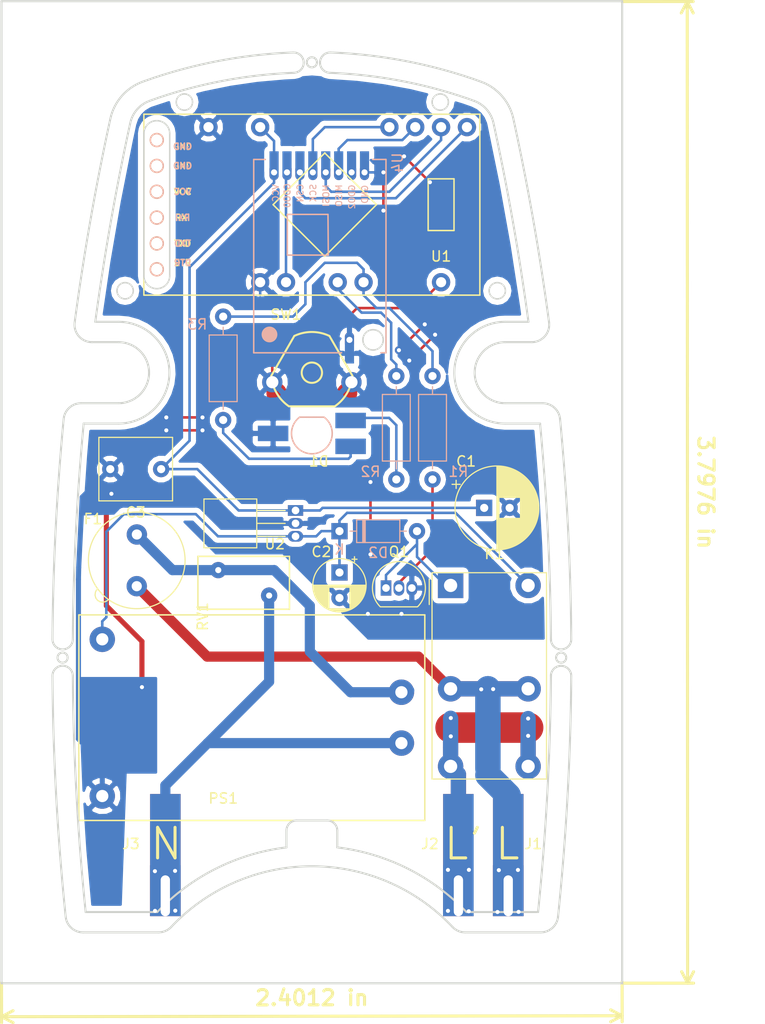
<source format=kicad_pcb>
(kicad_pcb (version 20171130) (host pcbnew "(5.0.1)-4")

  (general
    (thickness 1.6)
    (drawings 86)
    (tracks 221)
    (zones 0)
    (modules 20)
    (nets 21)
  )

  (page A4 portrait)
  (layers
    (0 F.Cu signal)
    (31 B.Cu signal)
    (32 B.Adhes user)
    (33 F.Adhes user)
    (34 B.Paste user)
    (35 F.Paste user)
    (36 B.SilkS user)
    (37 F.SilkS user)
    (38 B.Mask user)
    (39 F.Mask user)
    (40 Dwgs.User user)
    (41 Cmts.User user)
    (42 Eco1.User user)
    (43 Eco2.User user)
    (44 Edge.Cuts user)
    (45 Margin user)
    (46 B.CrtYd user)
    (47 F.CrtYd user)
    (48 B.Fab user)
    (49 F.Fab user)
  )

  (setup
    (last_trace_width 0.25)
    (trace_clearance 0.2)
    (zone_clearance 0.508)
    (zone_45_only no)
    (trace_min 0.2)
    (segment_width 0.15)
    (edge_width 0.15)
    (via_size 0.8)
    (via_drill 0.4)
    (via_min_size 0.4)
    (via_min_drill 0.3)
    (uvia_size 0.3)
    (uvia_drill 0.1)
    (uvias_allowed no)
    (uvia_min_size 0.2)
    (uvia_min_drill 0.1)
    (pcb_text_width 0.3)
    (pcb_text_size 1.5 1.5)
    (mod_edge_width 0.15)
    (mod_text_size 1 1)
    (mod_text_width 0.15)
    (pad_size 3 5)
    (pad_drill 0.9)
    (pad_to_mask_clearance 0.051)
    (solder_mask_min_width 0.25)
    (aux_axis_origin 28.495 33.29)
    (grid_origin 121.255 138.685)
    (visible_elements 7FFFFFFF)
    (pcbplotparams
      (layerselection 0x010fc_ffffffff)
      (usegerberextensions false)
      (usegerberattributes true)
      (usegerberadvancedattributes true)
      (creategerberjobfile true)
      (excludeedgelayer false)
      (linewidth 0.150000)
      (plotframeref false)
      (viasonmask false)
      (mode 1)
      (useauxorigin false)
      (hpglpennumber 1)
      (hpglpenspeed 20)
      (hpglpendiameter 15.000000)
      (psnegative false)
      (psa4output false)
      (plotreference true)
      (plotvalue true)
      (plotinvisibletext false)
      (padsonsilk false)
      (subtractmaskfromsilk false)
      (outputformat 1)
      (mirror false)
      (drillshape 0)
      (scaleselection 1)
      (outputdirectory "H:/Projekte/KiCAD/Funk-Schaltsteckdose/Gerber/"))
  )

  (net 0 "")
  (net 1 "Net-(F1-Pad1)")
  (net 2 "Net-(J2-Pad1)")
  (net 3 "Net-(R1-Pad1)")
  (net 4 "Net-(R2-Pad2)")
  (net 5 GND)
  (net 6 +3V3)
  (net 7 "Net-(F1-Pad2)")
  (net 8 "Net-(J3-Pad1)")
  (net 9 "Net-(SW1-Pad1)")
  (net 10 "Net-(U4-Pad7)")
  (net 11 /MISO)
  (net 12 /MOSI)
  (net 13 /SCK)
  (net 14 /SS)
  (net 15 /D2)
  (net 16 "Net-(D1-Pad1)")
  (net 17 "Net-(D1-Pad3)")
  (net 18 "Net-(C2-Pad1)")
  (net 19 "Net-(Q1-Pad2)")
  (net 20 "Net-(D2-Pad2)")

  (net_class Default "Dies ist die voreingestellte Netzklasse."
    (clearance 0.2)
    (trace_width 0.25)
    (via_dia 0.8)
    (via_drill 0.4)
    (uvia_dia 0.3)
    (uvia_drill 0.1)
    (add_net +3V3)
    (add_net /D2)
    (add_net /MISO)
    (add_net /MOSI)
    (add_net /SCK)
    (add_net /SS)
    (add_net GND)
    (add_net "Net-(C2-Pad1)")
    (add_net "Net-(D1-Pad1)")
    (add_net "Net-(D1-Pad3)")
    (add_net "Net-(D2-Pad2)")
    (add_net "Net-(Q1-Pad2)")
    (add_net "Net-(R1-Pad1)")
    (add_net "Net-(R2-Pad2)")
    (add_net "Net-(SW1-Pad1)")
    (add_net "Net-(U4-Pad7)")
  )

  (net_class 230V ""
    (clearance 0.5)
    (trace_width 1)
    (via_dia 0.8)
    (via_drill 0.4)
    (uvia_dia 0.3)
    (uvia_drill 0.1)
    (add_net "Net-(F1-Pad1)")
    (add_net "Net-(F1-Pad2)")
    (add_net "Net-(J2-Pad1)")
    (add_net "Net-(J3-Pad1)")
  )

  (module Relay_THT:Relay_DPST_Omron_G6B-2214 (layer F.Cu) (tedit 5C99F5EA) (tstamp 5CB033EC)
    (at 113.635 120.905)
    (descr https://www.fujitsu.com/downloads/MICRO/fcai/relays/ftr-f1.pdf)
    (tags "relay dpst omron tht")
    (path /5C97D81C)
    (fp_text reference K1 (at 4.3 -3.1) (layer F.SilkS)
      (effects (font (size 1 1) (thickness 0.15)))
    )
    (fp_text value G6B-2214P (at 2.11 13.28 270) (layer F.Fab)
      (effects (font (size 1 1) (thickness 0.15)))
    )
    (fp_line (start -1.7 -0.75) (end -1.3 -1.11) (layer F.Fab) (width 0.1))
    (fp_line (start -2.1 -0.625) (end -2.1 1.875) (layer F.SilkS) (width 0.12))
    (fp_line (start 9.3 -1.11) (end 9.3 18.89) (layer F.Fab) (width 0.1))
    (fp_line (start -1.7 18.89) (end 9.3 18.89) (layer F.Fab) (width 0.1))
    (fp_line (start -1.7 -0.75) (end -1.7 18.89) (layer F.Fab) (width 0.1))
    (fp_line (start -1.3 -1.11) (end 9.3 -1.11) (layer F.Fab) (width 0.1))
    (fp_text user %R (at 4.25 13.35 270) (layer F.Fab)
      (effects (font (size 1.5 1.5) (thickness 0.15)))
    )
    (fp_line (start -1.975 19.175) (end -1.975 -1.4) (layer F.CrtYd) (width 0.05))
    (fp_line (start -1.975 -1.4) (end 9.55 -1.4) (layer F.CrtYd) (width 0.05))
    (fp_line (start 9.55 -1.4) (end 9.55 19.175) (layer F.CrtYd) (width 0.05))
    (fp_line (start 9.55 19.175) (end -1.975 19.175) (layer F.CrtYd) (width 0.05))
    (fp_line (start -1.825 19.025) (end -1.825 -1.25) (layer F.SilkS) (width 0.12))
    (fp_line (start 9.425 19.025) (end -1.825 19.025) (layer F.SilkS) (width 0.12))
    (fp_line (start 9.425 -1.25) (end 9.425 19.025) (layer F.SilkS) (width 0.12))
    (fp_line (start -1.825 -1.25) (end 9.425 -1.25) (layer F.SilkS) (width 0.12))
    (pad 8 thru_hole circle (at 7.62 0 270) (size 2.5 2.5) (drill 1.3) (layers *.Cu *.Mask)
      (net 18 "Net-(C2-Pad1)"))
    (pad 6 thru_hole circle (at 7.62 10.16 270) (size 2.5 2.5) (drill 1.3) (layers *.Cu *.Mask)
      (net 7 "Net-(F1-Pad2)"))
    (pad 5 thru_hole circle (at 7.62 17.78 270) (size 2.5 2.5) (drill 1.3) (layers *.Cu *.Mask)
      (net 2 "Net-(J2-Pad1)"))
    (pad 4 thru_hole circle (at 0 17.78 270) (size 2.5 2.5) (drill 1.3) (layers *.Cu *.Mask)
      (net 2 "Net-(J2-Pad1)"))
    (pad 3 thru_hole circle (at 0 10.16 270) (size 2.5 2.5) (drill 1.3) (layers *.Cu *.Mask)
      (net 7 "Net-(F1-Pad2)"))
    (pad 1 thru_hole rect (at 0 0 270) (size 2.5 2.5) (drill 1.3) (layers *.Cu *.Mask)
      (net 20 "Net-(D2-Pad2)"))
    (model ${KISYS3DMOD}/Relay_THT.3dshapes/relais_dpst_omron_g6b-2214.wrl
      (offset (xyz 7.62 0 0))
      (scale (xyz 0.397 0.397 0.397))
      (rotate (xyz 0 0 90))
    )
  )

  (module Arduino:HI-Link (layer F.Cu) (tedit 5CAE3DBA) (tstamp 5CF20416)
    (at 111.1 123.8 180)
    (path /5C9682F8)
    (fp_text reference PS1 (at 19.812 -18.034 180) (layer F.SilkS)
      (effects (font (size 1 1) (thickness 0.15)))
    )
    (fp_text value HI-Link (at 6 -12 180) (layer F.Fab)
      (effects (font (size 1 1) (thickness 0.15)))
    )
    (fp_line (start 34 0) (end 0 0) (layer F.SilkS) (width 0.15))
    (fp_line (start 34 -20.2) (end 34 0) (layer F.SilkS) (width 0.15))
    (fp_line (start 0 -20.2) (end 34 -20.2) (layer F.SilkS) (width 0.15))
    (fp_line (start 0 0) (end 0 -20.2) (layer F.SilkS) (width 0.15))
    (fp_line (start 0 0) (end 0 -20.2) (layer F.CrtYd) (width 0.15))
    (fp_line (start 34 0) (end 0 0) (layer F.CrtYd) (width 0.15))
    (fp_line (start 34 -20.2) (end 34 0) (layer F.CrtYd) (width 0.15))
    (fp_line (start 0 -20.2) (end 34 -20.2) (layer F.CrtYd) (width 0.15))
    (pad 7 thru_hole circle (at 31.7 -2.4 180) (size 2.5 2.5) (drill 1.2) (layers *.Cu *.Mask)
      (net 18 "Net-(C2-Pad1)"))
    (pad 10 thru_hole circle (at 31.7 -17.8 180) (size 2.5 2.5) (drill 1.2) (layers *.Cu *.Mask)
      (net 5 GND))
    (pad 17 thru_hole circle (at 2.3 -12.6 180) (size 2.5 2.5) (drill 1.2) (layers *.Cu *.Mask)
      (net 8 "Net-(J3-Pad1)"))
    (pad 18 thru_hole circle (at 2.3 -7.6 180) (size 2.5 2.5) (drill 1.2) (layers *.Cu *.Mask)
      (net 1 "Net-(F1-Pad1)"))
  )

  (module Arduino:E07_868MS10 (layer B.Cu) (tedit 5C9794BA) (tstamp 5CC8FB5E)
    (at 94.285 79.045)
    (path /5C8E8B8A)
    (fp_text reference U4 (at 14.14 0.335 270) (layer B.SilkS)
      (effects (font (size 1 1) (thickness 0.15)) (justify mirror))
    )
    (fp_text value E07_868MS10 (at 6.65 12.65) (layer B.Fab)
      (effects (font (size 1 1) (thickness 0.15)) (justify mirror))
    )
    (fp_line (start 13.208 20.32) (end -0.254 20.32) (layer B.CrtYd) (width 0.15))
    (fp_line (start -0.254 -1.016) (end -0.254 20.32) (layer B.CrtYd) (width 0.15))
    (fp_line (start 13.208 20.32) (end 13.208 -1.016) (layer B.CrtYd) (width 0.15))
    (fp_line (start 0 0) (end 0 19) (layer B.SilkS) (width 0.15))
    (fp_line (start 13 19) (end 13 0) (layer B.SilkS) (width 0.15))
    (fp_line (start 3.3 5.4) (end 3.3 9.4) (layer B.SilkS) (width 0.15))
    (fp_line (start 3.3 5.4) (end 7.3 5.4) (layer B.SilkS) (width 0.15))
    (fp_line (start 7.3 5.4) (end 7.33 9.4) (layer B.SilkS) (width 0.15))
    (fp_line (start 3.3 9.4) (end 7.3 9.4) (layer B.SilkS) (width 0.15))
    (fp_circle (center 1.55 17.2) (end 2.25 17.2) (layer B.SilkS) (width 0.15))
    (fp_line (start 0 0) (end 1.143 0) (layer B.SilkS) (width 0.15))
    (fp_line (start 13 0) (end 11.684 0) (layer B.SilkS) (width 0.15))
    (fp_line (start 13 19) (end 12.5 19) (layer B.SilkS) (width 0.15))
    (fp_line (start 0 19) (end 8.636 19) (layer B.SilkS) (width 0.15))
    (fp_text user VCC (at 2.159 3.302 270) (layer B.SilkS)
      (effects (font (size 0.6 0.6) (thickness 0.1)) (justify mirror))
    )
    (fp_text user GDO0 (at 3.302 3.556 270) (layer B.SilkS)
      (effects (font (size 0.6 0.6) (thickness 0.1)) (justify mirror))
    )
    (fp_text user CSN (at 4.572 3.302 270) (layer B.SilkS)
      (effects (font (size 0.6 0.6) (thickness 0.1)) (justify mirror))
    )
    (fp_text user SCK (at 5.842 3.302 270) (layer B.SilkS)
      (effects (font (size 0.6 0.6) (thickness 0.1)) (justify mirror))
    )
    (fp_text user MOSI (at 7.112 3.556 270) (layer B.SilkS)
      (effects (font (size 0.6 0.6) (thickness 0.1)) (justify mirror))
    )
    (fp_text user MISO (at 8.382 3.556 270) (layer B.SilkS)
      (effects (font (size 0.6 0.6) (thickness 0.1)) (justify mirror))
    )
    (fp_text user GDO2 (at 9.652 3.683 270) (layer B.SilkS)
      (effects (font (size 0.6 0.6) (thickness 0.1)) (justify mirror))
    )
    (fp_text user GND (at 10.922 3.429 270) (layer B.SilkS)
      (effects (font (size 0.6 0.6) (thickness 0.1)) (justify mirror))
    )
    (fp_poly (pts (xy 0.89 17.26) (xy 0.98 17.58) (xy 1.19 17.76) (xy 1.51 17.88)
      (xy 1.88 17.79) (xy 2.12 17.56) (xy 2.21 17.18) (xy 2.18 16.93)
      (xy 1.98 16.68) (xy 1.56 16.54) (xy 1.16 16.66) (xy 0.94 16.91)) (layer B.SilkS) (width 0.15))
    (fp_line (start -0.254 -1.016) (end 13.208 -1.016) (layer B.CrtYd) (width 0.15))
    (pad 8 thru_hole oval (at 10.89 1.27) (size 0.9 1.524) (drill 0.6) (layers *.Cu *.Mask)
      (net 5 GND))
    (pad 7 thru_hole oval (at 9.62 1.27) (size 0.9 1.524) (drill 0.6) (layers *.Cu *.Mask)
      (net 10 "Net-(U4-Pad7)"))
    (pad 6 thru_hole oval (at 8.35 1.27) (size 0.9 1.524) (drill 0.6) (layers *.Cu *.Mask)
      (net 11 /MISO))
    (pad 5 thru_hole oval (at 7.08 1.27) (size 0.9 1.524) (drill 0.6) (layers *.Cu *.Mask)
      (net 12 /MOSI))
    (pad 4 thru_hole oval (at 5.81 1.27) (size 0.9 1.524) (drill 0.6) (layers *.Cu *.Mask)
      (net 13 /SCK))
    (pad 3 thru_hole oval (at 4.54 1.27) (size 0.9 1.524) (drill 0.6) (layers *.Cu *.Mask)
      (net 14 /SS))
    (pad 2 thru_hole oval (at 3.27 1.27) (size 0.9 1.524) (drill 0.6) (layers *.Cu *.Mask)
      (net 15 /D2))
    (pad 1 thru_hole oval (at 2 1.27) (size 0.9 1.524) (drill 0.6) (layers *.Cu *.Mask)
      (net 6 +3V3))
    (pad 1 connect rect (at 2 0.2) (size 0.9 2) (layers B.Cu B.Mask)
      (net 6 +3V3))
    (pad 2 connect rect (at 3.27 0.2) (size 0.9 2) (layers B.Cu B.Mask)
      (net 15 /D2))
    (pad 3 connect rect (at 4.54 0.2) (size 0.9 2) (layers B.Cu B.Mask)
      (net 14 /SS))
    (pad 4 connect rect (at 5.81 0.2) (size 0.9 2) (layers B.Cu B.Mask)
      (net 13 /SCK))
    (pad 5 connect rect (at 7.08 0.2) (size 0.9 2) (layers B.Cu B.Mask)
      (net 12 /MOSI))
    (pad 6 connect rect (at 8.35 0.2) (size 0.9 2) (layers B.Cu B.Mask)
      (net 11 /MISO))
    (pad 7 connect rect (at 9.62 0.2) (size 0.9 2) (layers B.Cu B.Mask)
      (net 10 "Net-(U4-Pad7)"))
    (pad 8 connect rect (at 10.89 0.2) (size 0.9 2) (layers B.Cu B.Mask)
      (net 5 GND))
    (pad 10 connect rect (at 9.41 19.05) (size 0.9 2) (layers B.Cu B.Mask)
      (net 5 GND))
    (pad 10 thru_hole oval (at 9.41 17.73) (size 0.9 1.524) (drill 0.6) (layers *.Cu *.Mask)
      (net 5 GND))
  )

  (module Arduino:Kontaktstreifen (layer F.Cu) (tedit 5C978C41) (tstamp 5CB72C95)
    (at 85.6 151.4)
    (path /5C8EE42D)
    (fp_text reference J3 (at -3.38 -5.095) (layer F.SilkS)
      (effects (font (size 1 1) (thickness 0.15)))
    )
    (fp_text value N (at -2.745 -1.235) (layer F.Fab)
      (effects (font (size 1 1) (thickness 0.15)))
    )
    (fp_line (start -1.524 -9.968) (end -1.524 2.032) (layer B.CrtYd) (width 0.15))
    (fp_line (start 1.524 -9.968) (end -1.524 -9.968) (layer B.CrtYd) (width 0.15))
    (fp_line (start 1.524 2.032) (end 1.524 -9.968) (layer B.CrtYd) (width 0.15))
    (fp_line (start -1.524 2.032) (end 1.524 2.032) (layer B.CrtYd) (width 0.15))
    (pad 1 thru_hole rect (at 0 0) (size 3 5) (drill oval 0.9 4 (offset 0 -0.5)) (layers F.Cu F.Mask)
      (net 8 "Net-(J3-Pad1)"))
    (pad 1 thru_hole rect (at 0 0) (size 3 12) (drill oval 0.9 4 (offset 0 -4)) (layers B.Cu B.Mask)
      (net 8 "Net-(J3-Pad1)") (zone_connect 0))
  )

  (module Arduino:Kontaktstreifen (layer F.Cu) (tedit 5C978C41) (tstamp 5CB72C9F)
    (at 114.4 151.4)
    (path /5C8EE395)
    (fp_text reference J2 (at -2.797 -5.095) (layer F.SilkS)
      (effects (font (size 1 1) (thickness 0.15)))
    )
    (fp_text value L' (at -2.335 -8.855) (layer F.Fab)
      (effects (font (size 1 1) (thickness 0.15)))
    )
    (fp_line (start -1.524 -9.968) (end -1.524 2.032) (layer B.CrtYd) (width 0.15))
    (fp_line (start 1.524 -9.968) (end -1.524 -9.968) (layer B.CrtYd) (width 0.15))
    (fp_line (start 1.524 2.032) (end 1.524 -9.968) (layer B.CrtYd) (width 0.15))
    (fp_line (start -1.524 2.032) (end 1.524 2.032) (layer B.CrtYd) (width 0.15))
    (pad 1 thru_hole rect (at 0 0) (size 3 5) (drill oval 0.9 4 (offset 0 -0.5)) (layers F.Cu F.Mask)
      (net 2 "Net-(J2-Pad1)"))
    (pad 1 thru_hole rect (at 0 0) (size 3 12) (drill oval 0.9 4 (offset 0 -4)) (layers B.Cu B.Mask)
      (net 2 "Net-(J2-Pad1)") (zone_connect 0))
  )

  (module Arduino:Kontaktstreifen (layer F.Cu) (tedit 5C978C41) (tstamp 5CB72CA9)
    (at 119.3 151.4)
    (path /5C8EE2E7)
    (fp_text reference J1 (at 2.463 -5.095) (layer F.SilkS)
      (effects (font (size 1 1) (thickness 0.15)))
    )
    (fp_text value L (at 2.925 -7.585) (layer F.Fab)
      (effects (font (size 1 1) (thickness 0.15)))
    )
    (fp_line (start -1.524 -9.968) (end -1.524 2.032) (layer B.CrtYd) (width 0.15))
    (fp_line (start 1.524 -9.968) (end -1.524 -9.968) (layer B.CrtYd) (width 0.15))
    (fp_line (start 1.524 2.032) (end 1.524 -9.968) (layer B.CrtYd) (width 0.15))
    (fp_line (start -1.524 2.032) (end 1.524 2.032) (layer B.CrtYd) (width 0.15))
    (pad 1 thru_hole rect (at 0 0) (size 3 5) (drill oval 0.9 4 (offset 0 -0.5)) (layers F.Cu F.Mask)
      (net 7 "Net-(F1-Pad2)"))
    (pad 1 thru_hole rect (at 0 0) (size 3 12) (drill oval 0.9 4 (offset 0 -4)) (layers B.Cu B.Mask)
      (net 7 "Net-(F1-Pad2)") (zone_connect 0))
  )

  (module Arduino:ArduinoProMini_modif. (layer F.Cu) (tedit 5C968A6B) (tstamp 5CA03BEF)
    (at 116.51 74.6 180)
    (path /5C8E91BB)
    (fp_text reference U1 (at 3.81 -13.97 180) (layer F.SilkS)
      (effects (font (size 1 1) (thickness 0.15)))
    )
    (fp_text value ArduinoProMini (at 15.24 -8.89 180) (layer F.Fab)
      (effects (font (size 1 1) (thickness 0.15)))
    )
    (fp_line (start -0.254 0.254) (end -0.254 -18.034) (layer F.CrtYd) (width 0.15))
    (fp_line (start 33.274 0.254) (end -0.254 0.254) (layer F.CrtYd) (width 0.15))
    (fp_line (start 33.274 -18.034) (end 33.274 0.254) (layer F.CrtYd) (width 0.15))
    (fp_line (start -0.254 -18.034) (end 33.274 -18.034) (layer F.CrtYd) (width 0.15))
    (fp_line (start 0 -17.78) (end 0 0) (layer F.SilkS) (width 0.15))
    (fp_line (start 33.02 -17.78) (end 0 -17.78) (layer F.SilkS) (width 0.15))
    (fp_line (start 33.02 0) (end 33.02 -17.78) (layer F.SilkS) (width 0.15))
    (fp_line (start 0 0) (end 33.02 0) (layer F.SilkS) (width 0.15))
    (fp_line (start 10.16 -8.89) (end 15.24 -3.81) (layer F.SilkS) (width 0.15))
    (fp_line (start 15.24 -13.97) (end 10.16 -8.89) (layer F.SilkS) (width 0.15))
    (fp_line (start 20.32 -8.89) (end 15.24 -13.97) (layer F.SilkS) (width 0.15))
    (fp_line (start 15.24 -3.81) (end 20.32 -8.89) (layer F.SilkS) (width 0.15))
    (fp_line (start 5.08 -11.43) (end 2.54 -11.43) (layer F.SilkS) (width 0.15))
    (fp_line (start 5.08 -6.35) (end 5.08 -11.43) (layer F.SilkS) (width 0.15))
    (fp_line (start 2.54 -6.35) (end 5.08 -6.35) (layer F.SilkS) (width 0.15))
    (fp_line (start 2.54 -11.43) (end 2.54 -6.35) (layer F.SilkS) (width 0.15))
    (fp_circle (center 31.75 -15.24) (end 31.75 -14.605) (layer F.SilkS) (width 0.15))
    (fp_circle (center 31.75 -12.7) (end 31.75 -12.065) (layer F.SilkS) (width 0.15))
    (fp_circle (center 31.75 -10.16) (end 31.75 -9.525) (layer F.SilkS) (width 0.15))
    (fp_circle (center 31.75 -7.62) (end 31.75 -6.985) (layer F.SilkS) (width 0.15))
    (fp_circle (center 31.75 -5.08) (end 31.75 -4.445) (layer F.SilkS) (width 0.15))
    (fp_circle (center 31.75 -2.54) (end 31.75 -1.905) (layer F.SilkS) (width 0.15))
    (fp_circle (center 31.75 -15.24) (end 31.75 -14.605) (layer B.SilkS) (width 0.15))
    (fp_circle (center 31.75 -12.7) (end 31.75 -12.065) (layer B.SilkS) (width 0.15))
    (fp_circle (center 31.75 -10.16) (end 31.75 -9.525) (layer B.SilkS) (width 0.15))
    (fp_circle (center 31.75 -7.62) (end 31.75 -6.985) (layer B.SilkS) (width 0.15))
    (fp_circle (center 31.75 -5.08) (end 31.75 -4.445) (layer B.SilkS) (width 0.15))
    (fp_circle (center 31.75 -2.54) (end 31.75 -1.905) (layer B.SilkS) (width 0.15))
    (fp_text user DTR (at 29.21 -14.605 180) (layer B.SilkS)
      (effects (font (size 0.6 0.6) (thickness 0.15)) (justify mirror))
    )
    (fp_text user TXD (at 29.21 -12.7 180) (layer B.SilkS)
      (effects (font (size 0.6 0.6) (thickness 0.15)) (justify mirror))
    )
    (fp_text user RXI (at 29.21 -10.16 180) (layer B.SilkS)
      (effects (font (size 0.6 0.6) (thickness 0.15)) (justify mirror))
    )
    (fp_text user VCC (at 29.21 -7.62 180) (layer B.SilkS)
      (effects (font (size 0.6 0.6) (thickness 0.15)) (justify mirror))
    )
    (fp_text user GND (at 29.21 -5.08 180) (layer F.SilkS)
      (effects (font (size 0.6 0.6) (thickness 0.15)))
    )
    (fp_text user GND (at 29.21 -3.175 180) (layer F.SilkS)
      (effects (font (size 0.6 0.6) (thickness 0.15)))
    )
    (fp_text user DTR (at 29.21 -14.605 180) (layer F.SilkS)
      (effects (font (size 0.6 0.6) (thickness 0.15)))
    )
    (fp_text user TXD (at 29.21 -12.7 180) (layer F.SilkS)
      (effects (font (size 0.6 0.6) (thickness 0.15)))
    )
    (fp_text user RXI (at 29.21 -10.16 180) (layer F.SilkS)
      (effects (font (size 0.6 0.6) (thickness 0.15)))
    )
    (fp_text user VCC (at 29.21 -7.62 180) (layer F.SilkS)
      (effects (font (size 0.6 0.6) (thickness 0.15)))
    )
    (fp_text user GND (at 29.21 -5.08 180) (layer B.SilkS)
      (effects (font (size 0.6 0.6) (thickness 0.15)) (justify mirror))
    )
    (fp_text user GND (at 29.21 -3.175 180) (layer B.SilkS)
      (effects (font (size 0.6 0.6) (thickness 0.15)) (justify mirror))
    )
    (pad 8 thru_hole circle (at 3.81 -16.51 180) (size 1.8 1.8) (drill 1) (layers *.Cu *.Mask)
      (net 9 "Net-(SW1-Pad1)"))
    (pad 5 thru_hole circle (at 11.43 -16.51 180) (size 1.8 1.8) (drill 1) (layers *.Cu *.Mask)
      (net 3 "Net-(R1-Pad1)"))
    (pad 4 thru_hole circle (at 13.97 -16.51 180) (size 1.8 1.8) (drill 1) (layers *.Cu *.Mask)
      (net 4 "Net-(R2-Pad2)"))
    (pad 2 thru_hole circle (at 19.05 -16.51 180) (size 1.8 1.8) (drill 1) (layers *.Cu *.Mask)
      (net 15 /D2))
    (pad GND thru_hole circle (at 21.59 -16.51 180) (size 1.8 1.8) (drill 1) (layers *.Cu *.Mask)
      (net 5 GND))
    (pad GND thru_hole circle (at 26.67 -1.27 180) (size 1.8 1.8) (drill 1) (layers *.Cu *.Mask)
      (net 5 GND))
    (pad VCC thru_hole circle (at 21.59 -1.27 180) (size 1.8 1.8) (drill 1) (layers *.Cu *.Mask)
      (net 6 +3V3))
    (pad 13 thru_hole circle (at 8.89 -1.27 180) (size 1.8 1.8) (drill 1) (layers *.Cu *.Mask)
      (net 13 /SCK))
    (pad 12 thru_hole circle (at 6.35 -1.27 180) (size 1.8 1.8) (drill 1) (layers *.Cu *.Mask)
      (net 11 /MISO))
    (pad 11 thru_hole circle (at 3.81 -1.27 180) (size 1.8 1.8) (drill 1) (layers *.Cu *.Mask)
      (net 12 /MOSI))
    (pad 10 thru_hole circle (at 1.27 -1.27 180) (size 1.8 1.8) (drill 1) (layers *.Cu *.Mask)
      (net 14 /SS))
    (model "H:/Projekte/KiCAD/3D-Objekte/Arduino Pro mini.STEP"
      (at (xyz 0 0 0))
      (scale (xyz 1 1 1))
      (rotate (xyz 0 0 0))
    )
  )

  (module Arduino:Durchsteck_LED_THT_3,0 (layer F.Cu) (tedit 5C967286) (tstamp 5CF20F95)
    (at 100 105.969 180)
    (path /5C9254DC)
    (fp_text reference D1 (at -0.681 -2.744 180) (layer F.SilkS)
      (effects (font (size 1 1) (thickness 0.15)) (justify mirror))
    )
    (fp_text value 3.0_Multi-Colo_LED (at 0 3.556 180) (layer F.Fab)
      (effects (font (size 1 1) (thickness 0.15)))
    )
    (fp_arc (start 0 0) (end 1.2 1.599999) (angle -285.5615103) (layer B.SilkS) (width 0.15))
    (fp_line (start -1.2 1.6) (end 1.2 1.6) (layer B.SilkS) (width 0.15))
    (fp_line (start -5.08 3.81) (end -5.08 -3.81) (layer F.CrtYd) (width 0.15))
    (fp_line (start 5.08 3.81) (end -5.08 3.81) (layer F.CrtYd) (width 0.15))
    (fp_line (start 5.08 -3.81) (end 5.08 3.81) (layer F.CrtYd) (width 0.15))
    (fp_line (start -5.08 -3.81) (end 5.08 -3.81) (layer F.CrtYd) (width 0.15))
    (pad 3 connect rect (at -3.81 1.27 180) (size 3 1.524) (layers B.Cu B.Mask)
      (net 17 "Net-(D1-Pad3)"))
    (pad "" np_thru_hole circle (at 0 0 180) (size 3 3) (drill 3) (layers *.Cu *.Mask))
    (pad 2 connect rect (at 3.81 0 180) (size 3 1.524) (layers B.Cu B.Mask)
      (net 5 GND))
    (pad 1 connect rect (at -3.81 -1.27 180) (size 3 1.524) (layers B.Cu B.Mask)
      (net 16 "Net-(D1-Pad1)"))
  )

  (module Resistor_THT:R_Axial_DIN0207_L6.3mm_D2.5mm_P10.16mm_Horizontal (layer B.Cu) (tedit 5AE5139B) (tstamp 5CA3067C)
    (at 111.857 100.331 270)
    (descr "Resistor, Axial_DIN0207 series, Axial, Horizontal, pin pitch=10.16mm, 0.25W = 1/4W, length*diameter=6.3*2.5mm^2, http://cdn-reichelt.de/documents/datenblatt/B400/1_4W%23YAG.pdf")
    (tags "Resistor Axial_DIN0207 series Axial Horizontal pin pitch 10.16mm 0.25W = 1/4W length 6.3mm diameter 2.5mm")
    (path /5C8F8607)
    (fp_text reference R1 (at 9.398 -2.54) (layer B.SilkS)
      (effects (font (size 1 1) (thickness 0.15)) (justify mirror))
    )
    (fp_text value 10k (at 5.08 -2.37 270) (layer B.Fab)
      (effects (font (size 1 1) (thickness 0.15)) (justify mirror))
    )
    (fp_line (start 1.93 1.25) (end 1.93 -1.25) (layer B.Fab) (width 0.1))
    (fp_line (start 1.93 -1.25) (end 8.23 -1.25) (layer B.Fab) (width 0.1))
    (fp_line (start 8.23 -1.25) (end 8.23 1.25) (layer B.Fab) (width 0.1))
    (fp_line (start 8.23 1.25) (end 1.93 1.25) (layer B.Fab) (width 0.1))
    (fp_line (start 0 0) (end 1.93 0) (layer B.Fab) (width 0.1))
    (fp_line (start 10.16 0) (end 8.23 0) (layer B.Fab) (width 0.1))
    (fp_line (start 1.81 1.37) (end 1.81 -1.37) (layer B.SilkS) (width 0.12))
    (fp_line (start 1.81 -1.37) (end 8.35 -1.37) (layer B.SilkS) (width 0.12))
    (fp_line (start 8.35 -1.37) (end 8.35 1.37) (layer B.SilkS) (width 0.12))
    (fp_line (start 8.35 1.37) (end 1.81 1.37) (layer B.SilkS) (width 0.12))
    (fp_line (start 1.04 0) (end 1.81 0) (layer B.SilkS) (width 0.12))
    (fp_line (start 9.12 0) (end 8.35 0) (layer B.SilkS) (width 0.12))
    (fp_line (start -1.05 1.5) (end -1.05 -1.5) (layer B.CrtYd) (width 0.05))
    (fp_line (start -1.05 -1.5) (end 11.21 -1.5) (layer B.CrtYd) (width 0.05))
    (fp_line (start 11.21 -1.5) (end 11.21 1.5) (layer B.CrtYd) (width 0.05))
    (fp_line (start 11.21 1.5) (end -1.05 1.5) (layer B.CrtYd) (width 0.05))
    (fp_text user %R (at 5.08 0 270) (layer B.Fab)
      (effects (font (size 1 1) (thickness 0.15)) (justify mirror))
    )
    (pad 1 thru_hole circle (at 0 0 270) (size 1.6 1.6) (drill 0.8) (layers *.Cu *.Mask)
      (net 3 "Net-(R1-Pad1)"))
    (pad 2 thru_hole oval (at 10.16 0 270) (size 1.6 1.6) (drill 0.8) (layers *.Cu *.Mask)
      (net 19 "Net-(Q1-Pad2)"))
    (model ${KISYS3DMOD}/Resistor_THT.3dshapes/R_Axial_DIN0207_L6.3mm_D2.5mm_P10.16mm_Horizontal.wrl
      (at (xyz 0 0 0))
      (scale (xyz 1 1 1))
      (rotate (xyz 0 0 0))
    )
  )

  (module Resistor_THT:R_Axial_DIN0207_L6.3mm_D2.5mm_P10.16mm_Horizontal (layer B.Cu) (tedit 5AE5139B) (tstamp 5CA30666)
    (at 108.301 110.491 90)
    (descr "Resistor, Axial_DIN0207 series, Axial, Horizontal, pin pitch=10.16mm, 0.25W = 1/4W, length*diameter=6.3*2.5mm^2, http://cdn-reichelt.de/documents/datenblatt/B400/1_4W%23YAG.pdf")
    (tags "Resistor Axial_DIN0207 series Axial Horizontal pin pitch 10.16mm 0.25W = 1/4W length 6.3mm diameter 2.5mm")
    (path /5C8E9E5B)
    (fp_text reference R2 (at 0.762 -2.54 180) (layer B.SilkS)
      (effects (font (size 1 1) (thickness 0.15)) (justify mirror))
    )
    (fp_text value 470 (at 5.08 -2.37 90) (layer B.Fab)
      (effects (font (size 1 1) (thickness 0.15)) (justify mirror))
    )
    (fp_text user %R (at 5.08 0 90) (layer B.Fab)
      (effects (font (size 1 1) (thickness 0.15)) (justify mirror))
    )
    (fp_line (start 11.21 1.5) (end -1.05 1.5) (layer B.CrtYd) (width 0.05))
    (fp_line (start 11.21 -1.5) (end 11.21 1.5) (layer B.CrtYd) (width 0.05))
    (fp_line (start -1.05 -1.5) (end 11.21 -1.5) (layer B.CrtYd) (width 0.05))
    (fp_line (start -1.05 1.5) (end -1.05 -1.5) (layer B.CrtYd) (width 0.05))
    (fp_line (start 9.12 0) (end 8.35 0) (layer B.SilkS) (width 0.12))
    (fp_line (start 1.04 0) (end 1.81 0) (layer B.SilkS) (width 0.12))
    (fp_line (start 8.35 1.37) (end 1.81 1.37) (layer B.SilkS) (width 0.12))
    (fp_line (start 8.35 -1.37) (end 8.35 1.37) (layer B.SilkS) (width 0.12))
    (fp_line (start 1.81 -1.37) (end 8.35 -1.37) (layer B.SilkS) (width 0.12))
    (fp_line (start 1.81 1.37) (end 1.81 -1.37) (layer B.SilkS) (width 0.12))
    (fp_line (start 10.16 0) (end 8.23 0) (layer B.Fab) (width 0.1))
    (fp_line (start 0 0) (end 1.93 0) (layer B.Fab) (width 0.1))
    (fp_line (start 8.23 1.25) (end 1.93 1.25) (layer B.Fab) (width 0.1))
    (fp_line (start 8.23 -1.25) (end 8.23 1.25) (layer B.Fab) (width 0.1))
    (fp_line (start 1.93 -1.25) (end 8.23 -1.25) (layer B.Fab) (width 0.1))
    (fp_line (start 1.93 1.25) (end 1.93 -1.25) (layer B.Fab) (width 0.1))
    (pad 2 thru_hole oval (at 10.16 0 90) (size 1.6 1.6) (drill 0.8) (layers *.Cu *.Mask)
      (net 4 "Net-(R2-Pad2)"))
    (pad 1 thru_hole circle (at 0 0 90) (size 1.6 1.6) (drill 0.8) (layers *.Cu *.Mask)
      (net 17 "Net-(D1-Pad3)"))
    (model ${KISYS3DMOD}/Resistor_THT.3dshapes/R_Axial_DIN0207_L6.3mm_D2.5mm_P10.16mm_Horizontal.wrl
      (at (xyz 0 0 0))
      (scale (xyz 1 1 1))
      (rotate (xyz 0 0 0))
    )
  )

  (module Resistor_THT:R_Axial_DIN0207_L6.3mm_D2.5mm_P10.16mm_Horizontal (layer B.Cu) (tedit 5AE5139B) (tstamp 5CA30650)
    (at 91.283 104.649 90)
    (descr "Resistor, Axial_DIN0207 series, Axial, Horizontal, pin pitch=10.16mm, 0.25W = 1/4W, length*diameter=6.3*2.5mm^2, http://cdn-reichelt.de/documents/datenblatt/B400/1_4W%23YAG.pdf")
    (tags "Resistor Axial_DIN0207 series Axial Horizontal pin pitch 10.16mm 0.25W = 1/4W length 6.3mm diameter 2.5mm")
    (path /5C9294AB)
    (fp_text reference R3 (at 9.398 -2.54 180) (layer B.SilkS)
      (effects (font (size 1 1) (thickness 0.15)) (justify mirror))
    )
    (fp_text value 470 (at 5.08 -2.37 90) (layer B.Fab)
      (effects (font (size 1 1) (thickness 0.15)) (justify mirror))
    )
    (fp_line (start 1.93 1.25) (end 1.93 -1.25) (layer B.Fab) (width 0.1))
    (fp_line (start 1.93 -1.25) (end 8.23 -1.25) (layer B.Fab) (width 0.1))
    (fp_line (start 8.23 -1.25) (end 8.23 1.25) (layer B.Fab) (width 0.1))
    (fp_line (start 8.23 1.25) (end 1.93 1.25) (layer B.Fab) (width 0.1))
    (fp_line (start 0 0) (end 1.93 0) (layer B.Fab) (width 0.1))
    (fp_line (start 10.16 0) (end 8.23 0) (layer B.Fab) (width 0.1))
    (fp_line (start 1.81 1.37) (end 1.81 -1.37) (layer B.SilkS) (width 0.12))
    (fp_line (start 1.81 -1.37) (end 8.35 -1.37) (layer B.SilkS) (width 0.12))
    (fp_line (start 8.35 -1.37) (end 8.35 1.37) (layer B.SilkS) (width 0.12))
    (fp_line (start 8.35 1.37) (end 1.81 1.37) (layer B.SilkS) (width 0.12))
    (fp_line (start 1.04 0) (end 1.81 0) (layer B.SilkS) (width 0.12))
    (fp_line (start 9.12 0) (end 8.35 0) (layer B.SilkS) (width 0.12))
    (fp_line (start -1.05 1.5) (end -1.05 -1.5) (layer B.CrtYd) (width 0.05))
    (fp_line (start -1.05 -1.5) (end 11.21 -1.5) (layer B.CrtYd) (width 0.05))
    (fp_line (start 11.21 -1.5) (end 11.21 1.5) (layer B.CrtYd) (width 0.05))
    (fp_line (start 11.21 1.5) (end -1.05 1.5) (layer B.CrtYd) (width 0.05))
    (fp_text user %R (at 5.08 0 90) (layer B.Fab)
      (effects (font (size 1 1) (thickness 0.15)) (justify mirror))
    )
    (pad 1 thru_hole circle (at 0 0 90) (size 1.6 1.6) (drill 0.8) (layers *.Cu *.Mask)
      (net 16 "Net-(D1-Pad1)"))
    (pad 2 thru_hole oval (at 10.16 0 90) (size 1.6 1.6) (drill 0.8) (layers *.Cu *.Mask)
      (net 3 "Net-(R1-Pad1)"))
    (model ${KISYS3DMOD}/Resistor_THT.3dshapes/R_Axial_DIN0207_L6.3mm_D2.5mm_P10.16mm_Horizontal.wrl
      (at (xyz 0 0 0))
      (scale (xyz 1 1 1))
      (rotate (xyz 0 0 0))
    )
  )

  (module Package_TO_SOT_THT:TO-92_Inline_Horizontal1 (layer F.Cu) (tedit 5A27990F) (tstamp 5CA2BF19)
    (at 98.395 113.539 270)
    (descr "TO-92 horizontal, leads in-line, narrow, oval pads, drill 0.75mm (see NXP sot054_po.pdf)")
    (tags "to-92 sc-43 sc-43a sot54 PA33 transistor")
    (path /5C96968A)
    (fp_text reference U2 (at 3.302 2.032) (layer F.SilkS)
      (effects (font (size 1 1) (thickness 0.15)))
    )
    (fp_text value LP2950-3.3_TO92 (at 1.27 10.03 270) (layer F.Fab)
      (effects (font (size 1 1) (thickness 0.15)))
    )
    (fp_text user %R (at 1.27 6.4 270) (layer F.Fab)
      (effects (font (size 1 1) (thickness 0.15)))
    )
    (fp_line (start 2.54 3.94) (end 2.54 1.02) (layer F.Fab) (width 0.1))
    (fp_line (start 1.27 3.94) (end 1.27 1.02) (layer F.Fab) (width 0.1))
    (fp_line (start 0 3.94) (end 0 1.02) (layer F.Fab) (width 0.1))
    (fp_line (start -1.02 8.89) (end -1.02 3.94) (layer F.Fab) (width 0.1))
    (fp_line (start -1.02 3.94) (end 3.56 3.94) (layer F.Fab) (width 0.1))
    (fp_line (start 3.56 3.94) (end 3.56 8.89) (layer F.Fab) (width 0.1))
    (fp_line (start 3.56 8.89) (end -1.02 8.89) (layer F.Fab) (width 0.1))
    (fp_line (start 0 1.02) (end 0 3.81) (layer F.SilkS) (width 0.12))
    (fp_line (start 1.27 1.02) (end 1.27 3.81) (layer F.SilkS) (width 0.12))
    (fp_line (start 2.54 1.02) (end 2.54 3.81) (layer F.SilkS) (width 0.12))
    (fp_line (start -1.13 3.81) (end 3.67 3.81) (layer F.SilkS) (width 0.12))
    (fp_line (start 3.67 3.81) (end 3.67 9) (layer F.SilkS) (width 0.12))
    (fp_line (start 3.67 9) (end -1.13 9) (layer F.SilkS) (width 0.12))
    (fp_line (start -1.13 9) (end -1.13 3.81) (layer F.SilkS) (width 0.12))
    (fp_line (start -1.27 -1) (end 3.81 -1) (layer F.CrtYd) (width 0.05))
    (fp_line (start -1.27 -1) (end -1.27 9.14) (layer F.CrtYd) (width 0.05))
    (fp_line (start 3.81 9.14) (end 3.81 -1) (layer F.CrtYd) (width 0.05))
    (fp_line (start 3.81 9.14) (end -1.27 9.14) (layer F.CrtYd) (width 0.05))
    (pad 2 thru_hole oval (at 1.27 0 270) (size 1.05 1.5) (drill 0.75) (layers *.Cu *.Mask)
      (net 5 GND))
    (pad 3 thru_hole oval (at 2.54 0 270) (size 1.05 1.5) (drill 0.75) (layers *.Cu *.Mask)
      (net 18 "Net-(C2-Pad1)"))
    (pad 1 thru_hole rect (at 0 0 270) (size 1.05 1.5) (drill 0.75) (layers *.Cu *.Mask)
      (net 6 +3V3))
    (model ${KISYS3DMOD}/Package_TO_SOT_THT.3dshapes/TO-92_Inline_Horizontal1.wrl
      (at (xyz 0 0 0))
      (scale (xyz 1 1 1))
      (rotate (xyz 0 0 0))
    )
  )

  (module Package_TO_SOT_THT:TO-92_Inline (layer F.Cu) (tedit 5A1DD157) (tstamp 5CA2C716)
    (at 107.285 121.159)
    (descr "TO-92 leads in-line, narrow, oval pads, drill 0.75mm (see NXP sot054_po.pdf)")
    (tags "to-92 sc-43 sc-43a sot54 PA33 transistor")
    (path /5C96527D)
    (fp_text reference Q1 (at 1.27 -3.56) (layer F.SilkS)
      (effects (font (size 1 1) (thickness 0.15)))
    )
    (fp_text value BC337 (at 1.27 2.79) (layer F.Fab)
      (effects (font (size 1 1) (thickness 0.15)))
    )
    (fp_text user %R (at 1.27 -3.56) (layer F.Fab)
      (effects (font (size 1 1) (thickness 0.15)))
    )
    (fp_line (start -0.53 1.85) (end 3.07 1.85) (layer F.SilkS) (width 0.12))
    (fp_line (start -0.5 1.75) (end 3 1.75) (layer F.Fab) (width 0.1))
    (fp_line (start -1.46 -2.73) (end 4 -2.73) (layer F.CrtYd) (width 0.05))
    (fp_line (start -1.46 -2.73) (end -1.46 2.01) (layer F.CrtYd) (width 0.05))
    (fp_line (start 4 2.01) (end 4 -2.73) (layer F.CrtYd) (width 0.05))
    (fp_line (start 4 2.01) (end -1.46 2.01) (layer F.CrtYd) (width 0.05))
    (fp_arc (start 1.27 0) (end 1.27 -2.48) (angle 135) (layer F.Fab) (width 0.1))
    (fp_arc (start 1.27 0) (end 1.27 -2.6) (angle -135) (layer F.SilkS) (width 0.12))
    (fp_arc (start 1.27 0) (end 1.27 -2.48) (angle -135) (layer F.Fab) (width 0.1))
    (fp_arc (start 1.27 0) (end 1.27 -2.6) (angle 135) (layer F.SilkS) (width 0.12))
    (pad 2 thru_hole oval (at 1.27 0) (size 1.05 1.5) (drill 0.75) (layers *.Cu *.Mask)
      (net 19 "Net-(Q1-Pad2)"))
    (pad 3 thru_hole oval (at 2.54 0) (size 1.05 1.5) (drill 0.75) (layers *.Cu *.Mask)
      (net 5 GND))
    (pad 1 thru_hole rect (at 0 0) (size 1.05 1.5) (drill 0.75) (layers *.Cu *.Mask)
      (net 20 "Net-(D2-Pad2)"))
    (model ${KISYS3DMOD}/Package_TO_SOT_THT.3dshapes/TO-92_Inline.wrl
      (at (xyz 0 0 0))
      (scale (xyz 1 1 1))
      (rotate (xyz 0 0 0))
    )
  )

  (module Capacitor_THT:CP_Radial_D5.0mm_P2.50mm (layer F.Cu) (tedit 5AE50EF0) (tstamp 5CB70CE5)
    (at 102.713 119.635 270)
    (descr "CP, Radial series, Radial, pin pitch=2.50mm, , diameter=5mm, Electrolytic Capacitor")
    (tags "CP Radial series Radial pin pitch 2.50mm  diameter 5mm Electrolytic Capacitor")
    (path /5C92BCA4)
    (fp_text reference C2 (at -2.032 1.778) (layer F.SilkS)
      (effects (font (size 1 1) (thickness 0.15)))
    )
    (fp_text value "10µF 16V" (at 1.25 3.75 270) (layer F.Fab)
      (effects (font (size 1 1) (thickness 0.15)))
    )
    (fp_circle (center 1.25 0) (end 3.75 0) (layer F.Fab) (width 0.1))
    (fp_circle (center 1.25 0) (end 3.87 0) (layer F.SilkS) (width 0.12))
    (fp_circle (center 1.25 0) (end 4 0) (layer F.CrtYd) (width 0.05))
    (fp_line (start -0.883605 -1.0875) (end -0.383605 -1.0875) (layer F.Fab) (width 0.1))
    (fp_line (start -0.633605 -1.3375) (end -0.633605 -0.8375) (layer F.Fab) (width 0.1))
    (fp_line (start 1.25 -2.58) (end 1.25 2.58) (layer F.SilkS) (width 0.12))
    (fp_line (start 1.29 -2.58) (end 1.29 2.58) (layer F.SilkS) (width 0.12))
    (fp_line (start 1.33 -2.579) (end 1.33 2.579) (layer F.SilkS) (width 0.12))
    (fp_line (start 1.37 -2.578) (end 1.37 2.578) (layer F.SilkS) (width 0.12))
    (fp_line (start 1.41 -2.576) (end 1.41 2.576) (layer F.SilkS) (width 0.12))
    (fp_line (start 1.45 -2.573) (end 1.45 2.573) (layer F.SilkS) (width 0.12))
    (fp_line (start 1.49 -2.569) (end 1.49 -1.04) (layer F.SilkS) (width 0.12))
    (fp_line (start 1.49 1.04) (end 1.49 2.569) (layer F.SilkS) (width 0.12))
    (fp_line (start 1.53 -2.565) (end 1.53 -1.04) (layer F.SilkS) (width 0.12))
    (fp_line (start 1.53 1.04) (end 1.53 2.565) (layer F.SilkS) (width 0.12))
    (fp_line (start 1.57 -2.561) (end 1.57 -1.04) (layer F.SilkS) (width 0.12))
    (fp_line (start 1.57 1.04) (end 1.57 2.561) (layer F.SilkS) (width 0.12))
    (fp_line (start 1.61 -2.556) (end 1.61 -1.04) (layer F.SilkS) (width 0.12))
    (fp_line (start 1.61 1.04) (end 1.61 2.556) (layer F.SilkS) (width 0.12))
    (fp_line (start 1.65 -2.55) (end 1.65 -1.04) (layer F.SilkS) (width 0.12))
    (fp_line (start 1.65 1.04) (end 1.65 2.55) (layer F.SilkS) (width 0.12))
    (fp_line (start 1.69 -2.543) (end 1.69 -1.04) (layer F.SilkS) (width 0.12))
    (fp_line (start 1.69 1.04) (end 1.69 2.543) (layer F.SilkS) (width 0.12))
    (fp_line (start 1.73 -2.536) (end 1.73 -1.04) (layer F.SilkS) (width 0.12))
    (fp_line (start 1.73 1.04) (end 1.73 2.536) (layer F.SilkS) (width 0.12))
    (fp_line (start 1.77 -2.528) (end 1.77 -1.04) (layer F.SilkS) (width 0.12))
    (fp_line (start 1.77 1.04) (end 1.77 2.528) (layer F.SilkS) (width 0.12))
    (fp_line (start 1.81 -2.52) (end 1.81 -1.04) (layer F.SilkS) (width 0.12))
    (fp_line (start 1.81 1.04) (end 1.81 2.52) (layer F.SilkS) (width 0.12))
    (fp_line (start 1.85 -2.511) (end 1.85 -1.04) (layer F.SilkS) (width 0.12))
    (fp_line (start 1.85 1.04) (end 1.85 2.511) (layer F.SilkS) (width 0.12))
    (fp_line (start 1.89 -2.501) (end 1.89 -1.04) (layer F.SilkS) (width 0.12))
    (fp_line (start 1.89 1.04) (end 1.89 2.501) (layer F.SilkS) (width 0.12))
    (fp_line (start 1.93 -2.491) (end 1.93 -1.04) (layer F.SilkS) (width 0.12))
    (fp_line (start 1.93 1.04) (end 1.93 2.491) (layer F.SilkS) (width 0.12))
    (fp_line (start 1.971 -2.48) (end 1.971 -1.04) (layer F.SilkS) (width 0.12))
    (fp_line (start 1.971 1.04) (end 1.971 2.48) (layer F.SilkS) (width 0.12))
    (fp_line (start 2.011 -2.468) (end 2.011 -1.04) (layer F.SilkS) (width 0.12))
    (fp_line (start 2.011 1.04) (end 2.011 2.468) (layer F.SilkS) (width 0.12))
    (fp_line (start 2.051 -2.455) (end 2.051 -1.04) (layer F.SilkS) (width 0.12))
    (fp_line (start 2.051 1.04) (end 2.051 2.455) (layer F.SilkS) (width 0.12))
    (fp_line (start 2.091 -2.442) (end 2.091 -1.04) (layer F.SilkS) (width 0.12))
    (fp_line (start 2.091 1.04) (end 2.091 2.442) (layer F.SilkS) (width 0.12))
    (fp_line (start 2.131 -2.428) (end 2.131 -1.04) (layer F.SilkS) (width 0.12))
    (fp_line (start 2.131 1.04) (end 2.131 2.428) (layer F.SilkS) (width 0.12))
    (fp_line (start 2.171 -2.414) (end 2.171 -1.04) (layer F.SilkS) (width 0.12))
    (fp_line (start 2.171 1.04) (end 2.171 2.414) (layer F.SilkS) (width 0.12))
    (fp_line (start 2.211 -2.398) (end 2.211 -1.04) (layer F.SilkS) (width 0.12))
    (fp_line (start 2.211 1.04) (end 2.211 2.398) (layer F.SilkS) (width 0.12))
    (fp_line (start 2.251 -2.382) (end 2.251 -1.04) (layer F.SilkS) (width 0.12))
    (fp_line (start 2.251 1.04) (end 2.251 2.382) (layer F.SilkS) (width 0.12))
    (fp_line (start 2.291 -2.365) (end 2.291 -1.04) (layer F.SilkS) (width 0.12))
    (fp_line (start 2.291 1.04) (end 2.291 2.365) (layer F.SilkS) (width 0.12))
    (fp_line (start 2.331 -2.348) (end 2.331 -1.04) (layer F.SilkS) (width 0.12))
    (fp_line (start 2.331 1.04) (end 2.331 2.348) (layer F.SilkS) (width 0.12))
    (fp_line (start 2.371 -2.329) (end 2.371 -1.04) (layer F.SilkS) (width 0.12))
    (fp_line (start 2.371 1.04) (end 2.371 2.329) (layer F.SilkS) (width 0.12))
    (fp_line (start 2.411 -2.31) (end 2.411 -1.04) (layer F.SilkS) (width 0.12))
    (fp_line (start 2.411 1.04) (end 2.411 2.31) (layer F.SilkS) (width 0.12))
    (fp_line (start 2.451 -2.29) (end 2.451 -1.04) (layer F.SilkS) (width 0.12))
    (fp_line (start 2.451 1.04) (end 2.451 2.29) (layer F.SilkS) (width 0.12))
    (fp_line (start 2.491 -2.268) (end 2.491 -1.04) (layer F.SilkS) (width 0.12))
    (fp_line (start 2.491 1.04) (end 2.491 2.268) (layer F.SilkS) (width 0.12))
    (fp_line (start 2.531 -2.247) (end 2.531 -1.04) (layer F.SilkS) (width 0.12))
    (fp_line (start 2.531 1.04) (end 2.531 2.247) (layer F.SilkS) (width 0.12))
    (fp_line (start 2.571 -2.224) (end 2.571 -1.04) (layer F.SilkS) (width 0.12))
    (fp_line (start 2.571 1.04) (end 2.571 2.224) (layer F.SilkS) (width 0.12))
    (fp_line (start 2.611 -2.2) (end 2.611 -1.04) (layer F.SilkS) (width 0.12))
    (fp_line (start 2.611 1.04) (end 2.611 2.2) (layer F.SilkS) (width 0.12))
    (fp_line (start 2.651 -2.175) (end 2.651 -1.04) (layer F.SilkS) (width 0.12))
    (fp_line (start 2.651 1.04) (end 2.651 2.175) (layer F.SilkS) (width 0.12))
    (fp_line (start 2.691 -2.149) (end 2.691 -1.04) (layer F.SilkS) (width 0.12))
    (fp_line (start 2.691 1.04) (end 2.691 2.149) (layer F.SilkS) (width 0.12))
    (fp_line (start 2.731 -2.122) (end 2.731 -1.04) (layer F.SilkS) (width 0.12))
    (fp_line (start 2.731 1.04) (end 2.731 2.122) (layer F.SilkS) (width 0.12))
    (fp_line (start 2.771 -2.095) (end 2.771 -1.04) (layer F.SilkS) (width 0.12))
    (fp_line (start 2.771 1.04) (end 2.771 2.095) (layer F.SilkS) (width 0.12))
    (fp_line (start 2.811 -2.065) (end 2.811 -1.04) (layer F.SilkS) (width 0.12))
    (fp_line (start 2.811 1.04) (end 2.811 2.065) (layer F.SilkS) (width 0.12))
    (fp_line (start 2.851 -2.035) (end 2.851 -1.04) (layer F.SilkS) (width 0.12))
    (fp_line (start 2.851 1.04) (end 2.851 2.035) (layer F.SilkS) (width 0.12))
    (fp_line (start 2.891 -2.004) (end 2.891 -1.04) (layer F.SilkS) (width 0.12))
    (fp_line (start 2.891 1.04) (end 2.891 2.004) (layer F.SilkS) (width 0.12))
    (fp_line (start 2.931 -1.971) (end 2.931 -1.04) (layer F.SilkS) (width 0.12))
    (fp_line (start 2.931 1.04) (end 2.931 1.971) (layer F.SilkS) (width 0.12))
    (fp_line (start 2.971 -1.937) (end 2.971 -1.04) (layer F.SilkS) (width 0.12))
    (fp_line (start 2.971 1.04) (end 2.971 1.937) (layer F.SilkS) (width 0.12))
    (fp_line (start 3.011 -1.901) (end 3.011 -1.04) (layer F.SilkS) (width 0.12))
    (fp_line (start 3.011 1.04) (end 3.011 1.901) (layer F.SilkS) (width 0.12))
    (fp_line (start 3.051 -1.864) (end 3.051 -1.04) (layer F.SilkS) (width 0.12))
    (fp_line (start 3.051 1.04) (end 3.051 1.864) (layer F.SilkS) (width 0.12))
    (fp_line (start 3.091 -1.826) (end 3.091 -1.04) (layer F.SilkS) (width 0.12))
    (fp_line (start 3.091 1.04) (end 3.091 1.826) (layer F.SilkS) (width 0.12))
    (fp_line (start 3.131 -1.785) (end 3.131 -1.04) (layer F.SilkS) (width 0.12))
    (fp_line (start 3.131 1.04) (end 3.131 1.785) (layer F.SilkS) (width 0.12))
    (fp_line (start 3.171 -1.743) (end 3.171 -1.04) (layer F.SilkS) (width 0.12))
    (fp_line (start 3.171 1.04) (end 3.171 1.743) (layer F.SilkS) (width 0.12))
    (fp_line (start 3.211 -1.699) (end 3.211 -1.04) (layer F.SilkS) (width 0.12))
    (fp_line (start 3.211 1.04) (end 3.211 1.699) (layer F.SilkS) (width 0.12))
    (fp_line (start 3.251 -1.653) (end 3.251 -1.04) (layer F.SilkS) (width 0.12))
    (fp_line (start 3.251 1.04) (end 3.251 1.653) (layer F.SilkS) (width 0.12))
    (fp_line (start 3.291 -1.605) (end 3.291 -1.04) (layer F.SilkS) (width 0.12))
    (fp_line (start 3.291 1.04) (end 3.291 1.605) (layer F.SilkS) (width 0.12))
    (fp_line (start 3.331 -1.554) (end 3.331 -1.04) (layer F.SilkS) (width 0.12))
    (fp_line (start 3.331 1.04) (end 3.331 1.554) (layer F.SilkS) (width 0.12))
    (fp_line (start 3.371 -1.5) (end 3.371 -1.04) (layer F.SilkS) (width 0.12))
    (fp_line (start 3.371 1.04) (end 3.371 1.5) (layer F.SilkS) (width 0.12))
    (fp_line (start 3.411 -1.443) (end 3.411 -1.04) (layer F.SilkS) (width 0.12))
    (fp_line (start 3.411 1.04) (end 3.411 1.443) (layer F.SilkS) (width 0.12))
    (fp_line (start 3.451 -1.383) (end 3.451 -1.04) (layer F.SilkS) (width 0.12))
    (fp_line (start 3.451 1.04) (end 3.451 1.383) (layer F.SilkS) (width 0.12))
    (fp_line (start 3.491 -1.319) (end 3.491 -1.04) (layer F.SilkS) (width 0.12))
    (fp_line (start 3.491 1.04) (end 3.491 1.319) (layer F.SilkS) (width 0.12))
    (fp_line (start 3.531 -1.251) (end 3.531 -1.04) (layer F.SilkS) (width 0.12))
    (fp_line (start 3.531 1.04) (end 3.531 1.251) (layer F.SilkS) (width 0.12))
    (fp_line (start 3.571 -1.178) (end 3.571 1.178) (layer F.SilkS) (width 0.12))
    (fp_line (start 3.611 -1.098) (end 3.611 1.098) (layer F.SilkS) (width 0.12))
    (fp_line (start 3.651 -1.011) (end 3.651 1.011) (layer F.SilkS) (width 0.12))
    (fp_line (start 3.691 -0.915) (end 3.691 0.915) (layer F.SilkS) (width 0.12))
    (fp_line (start 3.731 -0.805) (end 3.731 0.805) (layer F.SilkS) (width 0.12))
    (fp_line (start 3.771 -0.677) (end 3.771 0.677) (layer F.SilkS) (width 0.12))
    (fp_line (start 3.811 -0.518) (end 3.811 0.518) (layer F.SilkS) (width 0.12))
    (fp_line (start 3.851 -0.284) (end 3.851 0.284) (layer F.SilkS) (width 0.12))
    (fp_line (start -1.554775 -1.475) (end -1.054775 -1.475) (layer F.SilkS) (width 0.12))
    (fp_line (start -1.304775 -1.725) (end -1.304775 -1.225) (layer F.SilkS) (width 0.12))
    (fp_text user %R (at 1.25 0 270) (layer F.Fab)
      (effects (font (size 1 1) (thickness 0.15)))
    )
    (pad 1 thru_hole rect (at 0 0 270) (size 1.6 1.6) (drill 0.8) (layers *.Cu *.Mask)
      (net 18 "Net-(C2-Pad1)"))
    (pad 2 thru_hole circle (at 2.5 0 270) (size 1.6 1.6) (drill 0.8) (layers *.Cu *.Mask)
      (net 5 GND))
    (model ${KISYS3DMOD}/Capacitor_THT.3dshapes/CP_Radial_D5.0mm_P2.50mm.wrl
      (at (xyz 0 0 0))
      (scale (xyz 1 1 1))
      (rotate (xyz 0 0 0))
    )
  )

  (module Capacitor_THT:CP_Radial_D8.0mm_P2.50mm (layer F.Cu) (tedit 5AE50EF0) (tstamp 5CB0699F)
    (at 116.937 113.285)
    (descr "CP, Radial series, Radial, pin pitch=2.50mm, , diameter=8mm, Electrolytic Capacitor")
    (tags "CP Radial series Radial pin pitch 2.50mm  diameter 8mm Electrolytic Capacitor")
    (path /5C8EA392)
    (fp_text reference C1 (at -1.778 -4.572) (layer F.SilkS)
      (effects (font (size 1 1) (thickness 0.15)))
    )
    (fp_text value "100µF 16V" (at 1.25 5.25) (layer F.Fab)
      (effects (font (size 1 1) (thickness 0.15)))
    )
    (fp_circle (center 1.25 0) (end 5.25 0) (layer F.Fab) (width 0.1))
    (fp_circle (center 1.25 0) (end 5.37 0) (layer F.SilkS) (width 0.12))
    (fp_circle (center 1.25 0) (end 5.5 0) (layer F.CrtYd) (width 0.05))
    (fp_line (start -2.176759 -1.7475) (end -1.376759 -1.7475) (layer F.Fab) (width 0.1))
    (fp_line (start -1.776759 -2.1475) (end -1.776759 -1.3475) (layer F.Fab) (width 0.1))
    (fp_line (start 1.25 -4.08) (end 1.25 4.08) (layer F.SilkS) (width 0.12))
    (fp_line (start 1.29 -4.08) (end 1.29 4.08) (layer F.SilkS) (width 0.12))
    (fp_line (start 1.33 -4.08) (end 1.33 4.08) (layer F.SilkS) (width 0.12))
    (fp_line (start 1.37 -4.079) (end 1.37 4.079) (layer F.SilkS) (width 0.12))
    (fp_line (start 1.41 -4.077) (end 1.41 4.077) (layer F.SilkS) (width 0.12))
    (fp_line (start 1.45 -4.076) (end 1.45 4.076) (layer F.SilkS) (width 0.12))
    (fp_line (start 1.49 -4.074) (end 1.49 -1.04) (layer F.SilkS) (width 0.12))
    (fp_line (start 1.49 1.04) (end 1.49 4.074) (layer F.SilkS) (width 0.12))
    (fp_line (start 1.53 -4.071) (end 1.53 -1.04) (layer F.SilkS) (width 0.12))
    (fp_line (start 1.53 1.04) (end 1.53 4.071) (layer F.SilkS) (width 0.12))
    (fp_line (start 1.57 -4.068) (end 1.57 -1.04) (layer F.SilkS) (width 0.12))
    (fp_line (start 1.57 1.04) (end 1.57 4.068) (layer F.SilkS) (width 0.12))
    (fp_line (start 1.61 -4.065) (end 1.61 -1.04) (layer F.SilkS) (width 0.12))
    (fp_line (start 1.61 1.04) (end 1.61 4.065) (layer F.SilkS) (width 0.12))
    (fp_line (start 1.65 -4.061) (end 1.65 -1.04) (layer F.SilkS) (width 0.12))
    (fp_line (start 1.65 1.04) (end 1.65 4.061) (layer F.SilkS) (width 0.12))
    (fp_line (start 1.69 -4.057) (end 1.69 -1.04) (layer F.SilkS) (width 0.12))
    (fp_line (start 1.69 1.04) (end 1.69 4.057) (layer F.SilkS) (width 0.12))
    (fp_line (start 1.73 -4.052) (end 1.73 -1.04) (layer F.SilkS) (width 0.12))
    (fp_line (start 1.73 1.04) (end 1.73 4.052) (layer F.SilkS) (width 0.12))
    (fp_line (start 1.77 -4.048) (end 1.77 -1.04) (layer F.SilkS) (width 0.12))
    (fp_line (start 1.77 1.04) (end 1.77 4.048) (layer F.SilkS) (width 0.12))
    (fp_line (start 1.81 -4.042) (end 1.81 -1.04) (layer F.SilkS) (width 0.12))
    (fp_line (start 1.81 1.04) (end 1.81 4.042) (layer F.SilkS) (width 0.12))
    (fp_line (start 1.85 -4.037) (end 1.85 -1.04) (layer F.SilkS) (width 0.12))
    (fp_line (start 1.85 1.04) (end 1.85 4.037) (layer F.SilkS) (width 0.12))
    (fp_line (start 1.89 -4.03) (end 1.89 -1.04) (layer F.SilkS) (width 0.12))
    (fp_line (start 1.89 1.04) (end 1.89 4.03) (layer F.SilkS) (width 0.12))
    (fp_line (start 1.93 -4.024) (end 1.93 -1.04) (layer F.SilkS) (width 0.12))
    (fp_line (start 1.93 1.04) (end 1.93 4.024) (layer F.SilkS) (width 0.12))
    (fp_line (start 1.971 -4.017) (end 1.971 -1.04) (layer F.SilkS) (width 0.12))
    (fp_line (start 1.971 1.04) (end 1.971 4.017) (layer F.SilkS) (width 0.12))
    (fp_line (start 2.011 -4.01) (end 2.011 -1.04) (layer F.SilkS) (width 0.12))
    (fp_line (start 2.011 1.04) (end 2.011 4.01) (layer F.SilkS) (width 0.12))
    (fp_line (start 2.051 -4.002) (end 2.051 -1.04) (layer F.SilkS) (width 0.12))
    (fp_line (start 2.051 1.04) (end 2.051 4.002) (layer F.SilkS) (width 0.12))
    (fp_line (start 2.091 -3.994) (end 2.091 -1.04) (layer F.SilkS) (width 0.12))
    (fp_line (start 2.091 1.04) (end 2.091 3.994) (layer F.SilkS) (width 0.12))
    (fp_line (start 2.131 -3.985) (end 2.131 -1.04) (layer F.SilkS) (width 0.12))
    (fp_line (start 2.131 1.04) (end 2.131 3.985) (layer F.SilkS) (width 0.12))
    (fp_line (start 2.171 -3.976) (end 2.171 -1.04) (layer F.SilkS) (width 0.12))
    (fp_line (start 2.171 1.04) (end 2.171 3.976) (layer F.SilkS) (width 0.12))
    (fp_line (start 2.211 -3.967) (end 2.211 -1.04) (layer F.SilkS) (width 0.12))
    (fp_line (start 2.211 1.04) (end 2.211 3.967) (layer F.SilkS) (width 0.12))
    (fp_line (start 2.251 -3.957) (end 2.251 -1.04) (layer F.SilkS) (width 0.12))
    (fp_line (start 2.251 1.04) (end 2.251 3.957) (layer F.SilkS) (width 0.12))
    (fp_line (start 2.291 -3.947) (end 2.291 -1.04) (layer F.SilkS) (width 0.12))
    (fp_line (start 2.291 1.04) (end 2.291 3.947) (layer F.SilkS) (width 0.12))
    (fp_line (start 2.331 -3.936) (end 2.331 -1.04) (layer F.SilkS) (width 0.12))
    (fp_line (start 2.331 1.04) (end 2.331 3.936) (layer F.SilkS) (width 0.12))
    (fp_line (start 2.371 -3.925) (end 2.371 -1.04) (layer F.SilkS) (width 0.12))
    (fp_line (start 2.371 1.04) (end 2.371 3.925) (layer F.SilkS) (width 0.12))
    (fp_line (start 2.411 -3.914) (end 2.411 -1.04) (layer F.SilkS) (width 0.12))
    (fp_line (start 2.411 1.04) (end 2.411 3.914) (layer F.SilkS) (width 0.12))
    (fp_line (start 2.451 -3.902) (end 2.451 -1.04) (layer F.SilkS) (width 0.12))
    (fp_line (start 2.451 1.04) (end 2.451 3.902) (layer F.SilkS) (width 0.12))
    (fp_line (start 2.491 -3.889) (end 2.491 -1.04) (layer F.SilkS) (width 0.12))
    (fp_line (start 2.491 1.04) (end 2.491 3.889) (layer F.SilkS) (width 0.12))
    (fp_line (start 2.531 -3.877) (end 2.531 -1.04) (layer F.SilkS) (width 0.12))
    (fp_line (start 2.531 1.04) (end 2.531 3.877) (layer F.SilkS) (width 0.12))
    (fp_line (start 2.571 -3.863) (end 2.571 -1.04) (layer F.SilkS) (width 0.12))
    (fp_line (start 2.571 1.04) (end 2.571 3.863) (layer F.SilkS) (width 0.12))
    (fp_line (start 2.611 -3.85) (end 2.611 -1.04) (layer F.SilkS) (width 0.12))
    (fp_line (start 2.611 1.04) (end 2.611 3.85) (layer F.SilkS) (width 0.12))
    (fp_line (start 2.651 -3.835) (end 2.651 -1.04) (layer F.SilkS) (width 0.12))
    (fp_line (start 2.651 1.04) (end 2.651 3.835) (layer F.SilkS) (width 0.12))
    (fp_line (start 2.691 -3.821) (end 2.691 -1.04) (layer F.SilkS) (width 0.12))
    (fp_line (start 2.691 1.04) (end 2.691 3.821) (layer F.SilkS) (width 0.12))
    (fp_line (start 2.731 -3.805) (end 2.731 -1.04) (layer F.SilkS) (width 0.12))
    (fp_line (start 2.731 1.04) (end 2.731 3.805) (layer F.SilkS) (width 0.12))
    (fp_line (start 2.771 -3.79) (end 2.771 -1.04) (layer F.SilkS) (width 0.12))
    (fp_line (start 2.771 1.04) (end 2.771 3.79) (layer F.SilkS) (width 0.12))
    (fp_line (start 2.811 -3.774) (end 2.811 -1.04) (layer F.SilkS) (width 0.12))
    (fp_line (start 2.811 1.04) (end 2.811 3.774) (layer F.SilkS) (width 0.12))
    (fp_line (start 2.851 -3.757) (end 2.851 -1.04) (layer F.SilkS) (width 0.12))
    (fp_line (start 2.851 1.04) (end 2.851 3.757) (layer F.SilkS) (width 0.12))
    (fp_line (start 2.891 -3.74) (end 2.891 -1.04) (layer F.SilkS) (width 0.12))
    (fp_line (start 2.891 1.04) (end 2.891 3.74) (layer F.SilkS) (width 0.12))
    (fp_line (start 2.931 -3.722) (end 2.931 -1.04) (layer F.SilkS) (width 0.12))
    (fp_line (start 2.931 1.04) (end 2.931 3.722) (layer F.SilkS) (width 0.12))
    (fp_line (start 2.971 -3.704) (end 2.971 -1.04) (layer F.SilkS) (width 0.12))
    (fp_line (start 2.971 1.04) (end 2.971 3.704) (layer F.SilkS) (width 0.12))
    (fp_line (start 3.011 -3.686) (end 3.011 -1.04) (layer F.SilkS) (width 0.12))
    (fp_line (start 3.011 1.04) (end 3.011 3.686) (layer F.SilkS) (width 0.12))
    (fp_line (start 3.051 -3.666) (end 3.051 -1.04) (layer F.SilkS) (width 0.12))
    (fp_line (start 3.051 1.04) (end 3.051 3.666) (layer F.SilkS) (width 0.12))
    (fp_line (start 3.091 -3.647) (end 3.091 -1.04) (layer F.SilkS) (width 0.12))
    (fp_line (start 3.091 1.04) (end 3.091 3.647) (layer F.SilkS) (width 0.12))
    (fp_line (start 3.131 -3.627) (end 3.131 -1.04) (layer F.SilkS) (width 0.12))
    (fp_line (start 3.131 1.04) (end 3.131 3.627) (layer F.SilkS) (width 0.12))
    (fp_line (start 3.171 -3.606) (end 3.171 -1.04) (layer F.SilkS) (width 0.12))
    (fp_line (start 3.171 1.04) (end 3.171 3.606) (layer F.SilkS) (width 0.12))
    (fp_line (start 3.211 -3.584) (end 3.211 -1.04) (layer F.SilkS) (width 0.12))
    (fp_line (start 3.211 1.04) (end 3.211 3.584) (layer F.SilkS) (width 0.12))
    (fp_line (start 3.251 -3.562) (end 3.251 -1.04) (layer F.SilkS) (width 0.12))
    (fp_line (start 3.251 1.04) (end 3.251 3.562) (layer F.SilkS) (width 0.12))
    (fp_line (start 3.291 -3.54) (end 3.291 -1.04) (layer F.SilkS) (width 0.12))
    (fp_line (start 3.291 1.04) (end 3.291 3.54) (layer F.SilkS) (width 0.12))
    (fp_line (start 3.331 -3.517) (end 3.331 -1.04) (layer F.SilkS) (width 0.12))
    (fp_line (start 3.331 1.04) (end 3.331 3.517) (layer F.SilkS) (width 0.12))
    (fp_line (start 3.371 -3.493) (end 3.371 -1.04) (layer F.SilkS) (width 0.12))
    (fp_line (start 3.371 1.04) (end 3.371 3.493) (layer F.SilkS) (width 0.12))
    (fp_line (start 3.411 -3.469) (end 3.411 -1.04) (layer F.SilkS) (width 0.12))
    (fp_line (start 3.411 1.04) (end 3.411 3.469) (layer F.SilkS) (width 0.12))
    (fp_line (start 3.451 -3.444) (end 3.451 -1.04) (layer F.SilkS) (width 0.12))
    (fp_line (start 3.451 1.04) (end 3.451 3.444) (layer F.SilkS) (width 0.12))
    (fp_line (start 3.491 -3.418) (end 3.491 -1.04) (layer F.SilkS) (width 0.12))
    (fp_line (start 3.491 1.04) (end 3.491 3.418) (layer F.SilkS) (width 0.12))
    (fp_line (start 3.531 -3.392) (end 3.531 -1.04) (layer F.SilkS) (width 0.12))
    (fp_line (start 3.531 1.04) (end 3.531 3.392) (layer F.SilkS) (width 0.12))
    (fp_line (start 3.571 -3.365) (end 3.571 3.365) (layer F.SilkS) (width 0.12))
    (fp_line (start 3.611 -3.338) (end 3.611 3.338) (layer F.SilkS) (width 0.12))
    (fp_line (start 3.651 -3.309) (end 3.651 3.309) (layer F.SilkS) (width 0.12))
    (fp_line (start 3.691 -3.28) (end 3.691 3.28) (layer F.SilkS) (width 0.12))
    (fp_line (start 3.731 -3.25) (end 3.731 3.25) (layer F.SilkS) (width 0.12))
    (fp_line (start 3.771 -3.22) (end 3.771 3.22) (layer F.SilkS) (width 0.12))
    (fp_line (start 3.811 -3.189) (end 3.811 3.189) (layer F.SilkS) (width 0.12))
    (fp_line (start 3.851 -3.156) (end 3.851 3.156) (layer F.SilkS) (width 0.12))
    (fp_line (start 3.891 -3.124) (end 3.891 3.124) (layer F.SilkS) (width 0.12))
    (fp_line (start 3.931 -3.09) (end 3.931 3.09) (layer F.SilkS) (width 0.12))
    (fp_line (start 3.971 -3.055) (end 3.971 3.055) (layer F.SilkS) (width 0.12))
    (fp_line (start 4.011 -3.019) (end 4.011 3.019) (layer F.SilkS) (width 0.12))
    (fp_line (start 4.051 -2.983) (end 4.051 2.983) (layer F.SilkS) (width 0.12))
    (fp_line (start 4.091 -2.945) (end 4.091 2.945) (layer F.SilkS) (width 0.12))
    (fp_line (start 4.131 -2.907) (end 4.131 2.907) (layer F.SilkS) (width 0.12))
    (fp_line (start 4.171 -2.867) (end 4.171 2.867) (layer F.SilkS) (width 0.12))
    (fp_line (start 4.211 -2.826) (end 4.211 2.826) (layer F.SilkS) (width 0.12))
    (fp_line (start 4.251 -2.784) (end 4.251 2.784) (layer F.SilkS) (width 0.12))
    (fp_line (start 4.291 -2.741) (end 4.291 2.741) (layer F.SilkS) (width 0.12))
    (fp_line (start 4.331 -2.697) (end 4.331 2.697) (layer F.SilkS) (width 0.12))
    (fp_line (start 4.371 -2.651) (end 4.371 2.651) (layer F.SilkS) (width 0.12))
    (fp_line (start 4.411 -2.604) (end 4.411 2.604) (layer F.SilkS) (width 0.12))
    (fp_line (start 4.451 -2.556) (end 4.451 2.556) (layer F.SilkS) (width 0.12))
    (fp_line (start 4.491 -2.505) (end 4.491 2.505) (layer F.SilkS) (width 0.12))
    (fp_line (start 4.531 -2.454) (end 4.531 2.454) (layer F.SilkS) (width 0.12))
    (fp_line (start 4.571 -2.4) (end 4.571 2.4) (layer F.SilkS) (width 0.12))
    (fp_line (start 4.611 -2.345) (end 4.611 2.345) (layer F.SilkS) (width 0.12))
    (fp_line (start 4.651 -2.287) (end 4.651 2.287) (layer F.SilkS) (width 0.12))
    (fp_line (start 4.691 -2.228) (end 4.691 2.228) (layer F.SilkS) (width 0.12))
    (fp_line (start 4.731 -2.166) (end 4.731 2.166) (layer F.SilkS) (width 0.12))
    (fp_line (start 4.771 -2.102) (end 4.771 2.102) (layer F.SilkS) (width 0.12))
    (fp_line (start 4.811 -2.034) (end 4.811 2.034) (layer F.SilkS) (width 0.12))
    (fp_line (start 4.851 -1.964) (end 4.851 1.964) (layer F.SilkS) (width 0.12))
    (fp_line (start 4.891 -1.89) (end 4.891 1.89) (layer F.SilkS) (width 0.12))
    (fp_line (start 4.931 -1.813) (end 4.931 1.813) (layer F.SilkS) (width 0.12))
    (fp_line (start 4.971 -1.731) (end 4.971 1.731) (layer F.SilkS) (width 0.12))
    (fp_line (start 5.011 -1.645) (end 5.011 1.645) (layer F.SilkS) (width 0.12))
    (fp_line (start 5.051 -1.552) (end 5.051 1.552) (layer F.SilkS) (width 0.12))
    (fp_line (start 5.091 -1.453) (end 5.091 1.453) (layer F.SilkS) (width 0.12))
    (fp_line (start 5.131 -1.346) (end 5.131 1.346) (layer F.SilkS) (width 0.12))
    (fp_line (start 5.171 -1.229) (end 5.171 1.229) (layer F.SilkS) (width 0.12))
    (fp_line (start 5.211 -1.098) (end 5.211 1.098) (layer F.SilkS) (width 0.12))
    (fp_line (start 5.251 -0.948) (end 5.251 0.948) (layer F.SilkS) (width 0.12))
    (fp_line (start 5.291 -0.768) (end 5.291 0.768) (layer F.SilkS) (width 0.12))
    (fp_line (start 5.331 -0.533) (end 5.331 0.533) (layer F.SilkS) (width 0.12))
    (fp_line (start -3.159698 -2.315) (end -2.359698 -2.315) (layer F.SilkS) (width 0.12))
    (fp_line (start -2.759698 -2.715) (end -2.759698 -1.915) (layer F.SilkS) (width 0.12))
    (fp_text user %R (at 1.25 0) (layer F.Fab)
      (effects (font (size 1 1) (thickness 0.15)))
    )
    (pad 1 thru_hole rect (at 0 0) (size 1.6 1.6) (drill 0.8) (layers *.Cu *.Mask)
      (net 6 +3V3))
    (pad 2 thru_hole circle (at 2.5 0) (size 1.6 1.6) (drill 0.8) (layers *.Cu *.Mask)
      (net 5 GND))
    (model ${KISYS3DMOD}/Capacitor_THT.3dshapes/CP_Radial_D8.0mm_P2.50mm.wrl
      (at (xyz 0 0 0))
      (scale (xyz 1 1 1))
      (rotate (xyz 0 0 0))
    )
  )

  (module Capacitor_THT:C_Rect_L7.0mm_W6.0mm_P5.00mm (layer F.Cu) (tedit 5AE50EF0) (tstamp 5CB70BB9)
    (at 85.187 109.475 180)
    (descr "C, Rect series, Radial, pin pitch=5.00mm, , length*width=7*6mm^2, Capacitor")
    (tags "C Rect series Radial pin pitch 5.00mm  length 7mm width 6mm Capacitor")
    (path /5C9306F4)
    (fp_text reference C3 (at 2.5 -4.25 180) (layer F.SilkS)
      (effects (font (size 1 1) (thickness 0.15)))
    )
    (fp_text value 100n (at 2.5 4.25 180) (layer F.Fab)
      (effects (font (size 1 1) (thickness 0.15)))
    )
    (fp_line (start -1 -3) (end -1 3) (layer F.Fab) (width 0.1))
    (fp_line (start -1 3) (end 6 3) (layer F.Fab) (width 0.1))
    (fp_line (start 6 3) (end 6 -3) (layer F.Fab) (width 0.1))
    (fp_line (start 6 -3) (end -1 -3) (layer F.Fab) (width 0.1))
    (fp_line (start -1.12 -3.12) (end 6.12 -3.12) (layer F.SilkS) (width 0.12))
    (fp_line (start -1.12 3.12) (end 6.12 3.12) (layer F.SilkS) (width 0.12))
    (fp_line (start -1.12 -3.12) (end -1.12 3.12) (layer F.SilkS) (width 0.12))
    (fp_line (start 6.12 -3.12) (end 6.12 3.12) (layer F.SilkS) (width 0.12))
    (fp_line (start -1.25 -3.25) (end -1.25 3.25) (layer F.CrtYd) (width 0.05))
    (fp_line (start -1.25 3.25) (end 6.25 3.25) (layer F.CrtYd) (width 0.05))
    (fp_line (start 6.25 3.25) (end 6.25 -3.25) (layer F.CrtYd) (width 0.05))
    (fp_line (start 6.25 -3.25) (end -1.25 -3.25) (layer F.CrtYd) (width 0.05))
    (fp_text user %R (at 2.5 0 180) (layer F.Fab)
      (effects (font (size 1 1) (thickness 0.15)))
    )
    (pad 1 thru_hole circle (at 0 0 180) (size 1.6 1.6) (drill 0.8) (layers *.Cu *.Mask)
      (net 6 +3V3))
    (pad 2 thru_hole circle (at 5 0 180) (size 1.6 1.6) (drill 0.8) (layers *.Cu *.Mask)
      (net 5 GND))
    (model ${KISYS3DMOD}/Capacitor_THT.3dshapes/C_Rect_L7.0mm_W6.0mm_P5.00mm.wrl
      (at (xyz 0 0 0))
      (scale (xyz 1 1 1))
      (rotate (xyz 0 0 0))
    )
  )

  (module Arduino:Schaltkontakt (layer F.Cu) (tedit 5C8FF48C) (tstamp 5CCCF956)
    (at 100 100)
    (path /5C8E9D74)
    (fp_text reference SW1 (at -2.54 -5.715) (layer F.SilkS)
      (effects (font (size 1 1) (thickness 0.15)))
    )
    (fp_text value SW_DIP_x01 (at -5.57 4.85) (layer F.Fab)
      (effects (font (size 1 1) (thickness 0.15)))
    )
    (fp_line (start 5.08 3.81) (end -5.08 3.81) (layer F.CrtYd) (width 0.15))
    (fp_line (start 5.08 -5.08) (end 5.08 3.81) (layer F.CrtYd) (width 0.15))
    (fp_line (start -5.08 -5.08) (end 5.08 -5.08) (layer F.CrtYd) (width 0.15))
    (fp_line (start -5.08 3.81) (end -5.08 -5.08) (layer F.CrtYd) (width 0.15))
    (fp_line (start 1.727618 -3.607677) (end 3.988149 0.307677) (layer F.SilkS) (width 0.2))
    (fp_line (start -3.988149 0.307677) (end -1.727618 -3.607677) (layer F.SilkS) (width 0.2))
    (fp_line (start -2.260531 3.3) (end 2.260531 3.3) (layer F.SilkS) (width 0.2))
    (fp_arc (start 0 0) (end 1.727618 -3.607677) (angle -51.2) (layer F.SilkS) (width 0.2))
    (fp_arc (start 0 0) (end 2.260531 3.3) (angle -51.2) (layer F.SilkS) (width 0.2))
    (fp_circle (center 0 0) (end 1 0) (layer F.SilkS) (width 0.2))
    (fp_arc (start 0 0) (end -3.988149 0.307677) (angle -51.2) (layer F.SilkS) (width 0.2))
    (pad 2 connect circle (at 3.464102 2) (size 2 2) (layers F.Cu F.Mask)
      (net 5 GND))
    (pad 2 connect circle (at -3.464102 2) (size 2 2) (layers F.Cu F.Mask)
      (net 5 GND))
    (pad 2 thru_hole circle (at -3.88948 0.933781) (size 2 2) (drill 1.2) (layers *.Cu *.Mask)
      (net 5 GND))
    (pad 2 thru_hole circle (at 3.88948 0.933781) (size 2 2) (drill 1.2) (layers *.Cu *.Mask)
      (net 5 GND))
    (pad 2 connect circle (at 0 -4) (size 2 2) (layers F.Cu F.Mask)
      (net 5 GND))
    (pad 1 connect circle (at 0 0) (size 2 2) (layers F.Cu F.Mask)
      (net 9 "Net-(SW1-Pad1)"))
  )

  (module Diode_THT:D_DO-35_SOD27_P7.62mm_Horizontal (layer B.Cu) (tedit 5C978540) (tstamp 5C94F6F6)
    (at 102.713 115.571)
    (descr "Diode, DO-35_SOD27 series, Axial, Horizontal, pin pitch=7.62mm, , length*diameter=4*2mm^2, , http://www.diodes.com/_files/packages/DO-35.pdf")
    (tags "Diode DO-35_SOD27 series Axial Horizontal pin pitch 7.62mm  length 4mm diameter 2mm")
    (path /5C965705)
    (fp_text reference D2 (at 3.81 2.12) (layer B.SilkS)
      (effects (font (size 1 1) (thickness 0.15)) (justify mirror))
    )
    (fp_text value 1N4148 (at 3.81 -2.12) (layer B.Fab)
      (effects (font (size 1 1) (thickness 0.15)) (justify mirror))
    )
    (fp_line (start 1.81 1) (end 1.81 -1) (layer B.Fab) (width 0.1))
    (fp_line (start 1.81 -1) (end 5.81 -1) (layer B.Fab) (width 0.1))
    (fp_line (start 5.81 -1) (end 5.81 1) (layer B.Fab) (width 0.1))
    (fp_line (start 5.81 1) (end 1.81 1) (layer B.Fab) (width 0.1))
    (fp_line (start 0 0) (end 1.81 0) (layer B.Fab) (width 0.1))
    (fp_line (start 7.62 0) (end 5.81 0) (layer B.Fab) (width 0.1))
    (fp_line (start 2.41 1) (end 2.41 -1) (layer B.Fab) (width 0.1))
    (fp_line (start 2.51 1) (end 2.51 -1) (layer B.Fab) (width 0.1))
    (fp_line (start 2.31 1) (end 2.31 -1) (layer B.Fab) (width 0.1))
    (fp_line (start 1.69 1.12) (end 1.69 -1.12) (layer B.SilkS) (width 0.12))
    (fp_line (start 1.69 -1.12) (end 5.93 -1.12) (layer B.SilkS) (width 0.12))
    (fp_line (start 5.93 -1.12) (end 5.93 1.12) (layer B.SilkS) (width 0.12))
    (fp_line (start 5.93 1.12) (end 1.69 1.12) (layer B.SilkS) (width 0.12))
    (fp_line (start 1.04 0) (end 1.69 0) (layer B.SilkS) (width 0.12))
    (fp_line (start 6.58 0) (end 5.93 0) (layer B.SilkS) (width 0.12))
    (fp_line (start 2.41 1.12) (end 2.41 -1.12) (layer B.SilkS) (width 0.12))
    (fp_line (start 2.53 1.12) (end 2.53 -1.12) (layer B.SilkS) (width 0.12))
    (fp_line (start 2.29 1.12) (end 2.29 -1.12) (layer B.SilkS) (width 0.12))
    (fp_line (start -1.05 1.25) (end -1.05 -1.25) (layer B.CrtYd) (width 0.05))
    (fp_line (start -1.05 -1.25) (end 8.67 -1.25) (layer B.CrtYd) (width 0.05))
    (fp_line (start 8.67 -1.25) (end 8.67 1.25) (layer B.CrtYd) (width 0.05))
    (fp_line (start 8.67 1.25) (end -1.05 1.25) (layer B.CrtYd) (width 0.05))
    (fp_text user %R (at 4.11 0) (layer B.Fab)
      (effects (font (size 0.8 0.8) (thickness 0.12)) (justify mirror))
    )
    (fp_text user K (at 0 1.8) (layer B.Fab)
      (effects (font (size 1 1) (thickness 0.15)) (justify mirror))
    )
    (fp_text user K (at 0 1.8) (layer B.SilkS)
      (effects (font (size 1 1) (thickness 0.15)) (justify mirror))
    )
    (pad 1 thru_hole rect (at 0 0) (size 1.6 1.6) (drill 0.8) (layers *.Cu *.Mask)
      (net 18 "Net-(C2-Pad1)"))
    (pad 2 thru_hole oval (at 7.62 0) (size 1.6 1.6) (drill 0.8) (layers *.Cu *.Mask)
      (net 20 "Net-(D2-Pad2)"))
    (model ${KISYS3DMOD}/Diode_THT.3dshapes/D_DO-35_SOD27_P7.62mm_Horizontal.wrl
      (at (xyz 0 0 0))
      (scale (xyz 1 1 1))
      (rotate (xyz 0 0 0))
    )
  )

  (module Fuse:Fuseholder_TR5_Littelfuse_No560_No460 (layer F.Cu) (tedit 5A1C8972) (tstamp 5CF20E6F)
    (at 82.8 115.9 270)
    (descr "Fuse, Fuseholder, TR5, Littelfuse/Wickmann, No. 460, No560,")
    (tags "Fuse Fuseholder TR5 Littelfuse/Wickmann No. 460 No560 ")
    (path /5C900638)
    (fp_text reference F1 (at -1.524 4.318) (layer F.SilkS)
      (effects (font (size 1 1) (thickness 0.15)))
    )
    (fp_text value 0,63AT (at 0 6.096 270) (layer F.Fab)
      (effects (font (size 1 1) (thickness 0.15)))
    )
    (fp_text user %R (at 2.75 -2.75 270) (layer F.Fab)
      (effects (font (size 1 1) (thickness 0.15)))
    )
    (fp_line (start 5.44 3.94) (end 5.31 3.79) (layer F.Fab) (width 0.1))
    (fp_line (start 5.62 4.02) (end 5.44 3.94) (layer F.Fab) (width 0.1))
    (fp_line (start 5.91 4.06) (end 5.62 4.02) (layer F.Fab) (width 0.1))
    (fp_line (start 6.2 3.98) (end 5.91 4.06) (layer F.Fab) (width 0.1))
    (fp_line (start 6.42 3.81) (end 6.2 3.98) (layer F.Fab) (width 0.1))
    (fp_line (start 6.57 3.55) (end 6.42 3.81) (layer F.Fab) (width 0.1))
    (fp_line (start 6.6 3.29) (end 6.57 3.55) (layer F.Fab) (width 0.1))
    (fp_line (start 6.55 3.04) (end 6.6 3.29) (layer F.Fab) (width 0.1))
    (fp_line (start 6.46 2.88) (end 6.55 3.04) (layer F.Fab) (width 0.1))
    (fp_line (start 6.34 2.74) (end 6.46 2.88) (layer F.Fab) (width 0.1))
    (fp_line (start 6.39 2.79) (end 6.51 2.93) (layer F.SilkS) (width 0.12))
    (fp_line (start 6.51 2.93) (end 6.6 3.09) (layer F.SilkS) (width 0.12))
    (fp_line (start 6.6 3.09) (end 6.65 3.34) (layer F.SilkS) (width 0.12))
    (fp_line (start 6.65 3.34) (end 6.62 3.6) (layer F.SilkS) (width 0.12))
    (fp_line (start 6.62 3.6) (end 6.47 3.86) (layer F.SilkS) (width 0.12))
    (fp_line (start 6.47 3.86) (end 6.25 4.03) (layer F.SilkS) (width 0.12))
    (fp_line (start 6.25 4.03) (end 5.96 4.11) (layer F.SilkS) (width 0.12))
    (fp_line (start 5.96 4.11) (end 5.67 4.07) (layer F.SilkS) (width 0.12))
    (fp_line (start 5.67 4.07) (end 5.49 3.99) (layer F.SilkS) (width 0.12))
    (fp_line (start 5.49 3.99) (end 5.36 3.84) (layer F.SilkS) (width 0.12))
    (fp_line (start -2.46 -4.99) (end 7.54 -4.99) (layer F.CrtYd) (width 0.05))
    (fp_line (start -2.46 -4.99) (end -2.46 5.01) (layer F.CrtYd) (width 0.05))
    (fp_line (start 7.54 5.01) (end 7.54 -4.99) (layer F.CrtYd) (width 0.05))
    (fp_line (start 7.54 5.01) (end -2.46 5.01) (layer F.CrtYd) (width 0.05))
    (fp_circle (center 2.55 0) (end 7.25 0) (layer F.Fab) (width 0.1))
    (fp_circle (center 2.54 0.01) (end 7.29 0.01) (layer F.SilkS) (width 0.12))
    (pad 1 thru_hole circle (at 0 0 270) (size 2 2) (drill 1) (layers *.Cu *.Mask)
      (net 1 "Net-(F1-Pad1)"))
    (pad 2 thru_hole circle (at 5.08 0.01 270) (size 2 2) (drill 1) (layers *.Cu *.Mask)
      (net 7 "Net-(F1-Pad2)"))
    (model ${KISYS3DMOD}/Fuse.3dshapes/Fuseholder_TR5_Littelfuse_No560_No460.wrl
      (at (xyz 0 0 0))
      (scale (xyz 1 1 1))
      (rotate (xyz 0 0 0))
    )
  )

  (module Varistor:RV_Disc_D9mm_W5.2mm_P5mm (layer F.Cu) (tedit 5A0F68DF) (tstamp 5CCCF7FB)
    (at 90.8 119.4)
    (descr "Varistor, diameter 9mm, width 5.2mm, pitch 5mm")
    (tags "varistor SIOV")
    (path /5C9038E0)
    (fp_text reference RV1 (at -1.524 4.572 -270) (layer F.SilkS)
      (effects (font (size 1 1) (thickness 0.15)))
    )
    (fp_text value "VDR 275V 250mW" (at 2.5 -2.35) (layer F.Fab)
      (effects (font (size 1 1) (thickness 0.15)))
    )
    (fp_text user %R (at 2.5 1.25) (layer F.Fab)
      (effects (font (size 1 1) (thickness 0.15)))
    )
    (fp_line (start -2.25 4.1) (end 7.25 4.1) (layer F.CrtYd) (width 0.05))
    (fp_line (start -2.25 -1.6) (end 7.25 -1.6) (layer F.CrtYd) (width 0.05))
    (fp_line (start 7.25 -1.6) (end 7.25 4.1) (layer F.CrtYd) (width 0.05))
    (fp_line (start -2.25 -1.6) (end -2.25 4.1) (layer F.CrtYd) (width 0.05))
    (fp_line (start -2 3.85) (end 7 3.85) (layer F.SilkS) (width 0.15))
    (fp_line (start -2 -1.35) (end 7 -1.35) (layer F.SilkS) (width 0.15))
    (fp_line (start 7 -1.35) (end 7 3.85) (layer F.SilkS) (width 0.15))
    (fp_line (start -2 -1.35) (end -2 3.85) (layer F.SilkS) (width 0.15))
    (fp_line (start -2 3.85) (end 7 3.85) (layer F.Fab) (width 0.1))
    (fp_line (start -2 -1.35) (end 7 -1.35) (layer F.Fab) (width 0.1))
    (fp_line (start 7 -1.35) (end 7 3.85) (layer F.Fab) (width 0.1))
    (fp_line (start -2 -1.35) (end -2 3.85) (layer F.Fab) (width 0.1))
    (pad 1 thru_hole circle (at 0 0) (size 1.6 1.6) (drill 0.6) (layers *.Cu *.Mask)
      (net 1 "Net-(F1-Pad1)"))
    (pad 2 thru_hole circle (at 5 2.5) (size 1.6 1.6) (drill 0.6) (layers *.Cu *.Mask)
      (net 8 "Net-(J3-Pad1)"))
    (model ${KISYS3DMOD}/Varistor.3dshapes/RV_Disc_D9mm_W5.2mm_P5mm.wrl
      (at (xyz 0 0 0))
      (scale (xyz 1 1 1))
      (rotate (xyz 0 0 0))
    )
  )

  (dimension 96.460008 (width 0.3) (layer F.SilkS)
    (gr_text 96,50 (at 139.009604 111.756475 270.0237594) (layer F.SilkS)
      (effects (font (size 1.5 1.5) (thickness 0.3)))
    )
    (feature1 (pts (xy 130.53 159.99) (xy 137.516025 159.987103)))
    (feature2 (pts (xy 130.49 63.53) (xy 137.476025 63.527103)))
    (crossbar (pts (xy 136.889604 63.527346) (xy 136.929604 159.987346)))
    (arrow1a (pts (xy 136.929604 159.987346) (xy 136.342716 158.861086)))
    (arrow1b (pts (xy 136.929604 159.987346) (xy 137.515558 158.860599)))
    (arrow2a (pts (xy 136.889604 63.527346) (xy 136.30365 64.654093)))
    (arrow2b (pts (xy 136.889604 63.527346) (xy 137.476492 64.653606)))
  )
  (dimension 60.990066 (width 0.3) (layer F.SilkS)
    (gr_text 61,00 (at 100.003032 165.337858 0.08454855572) (layer F.SilkS)
      (effects (font (size 1.5 1.5) (thickness 0.3)))
    )
    (feature1 (pts (xy 130.49 159.85) (xy 130.495798 163.77928)))
    (feature2 (pts (xy 69.5 159.94) (xy 69.505798 163.86928)))
    (crossbar (pts (xy 69.504933 163.28286) (xy 130.494933 163.19286)))
    (arrow1a (pts (xy 130.494933 163.19286) (xy 129.369296 163.780942)))
    (arrow1b (pts (xy 130.494933 163.19286) (xy 129.367565 162.608102)))
    (arrow2a (pts (xy 69.504933 163.28286) (xy 70.632301 163.867618)))
    (arrow2b (pts (xy 69.504933 163.28286) (xy 70.63057 162.694778)))
  )
  (gr_line (start 88.65 117.5) (end 111.35 117.5) (layer Dwgs.User) (width 0.15))
  (gr_line (start 111.35 100) (end 111.35 117.5) (layer Dwgs.User) (width 0.15))
  (gr_line (start 88.65 100) (end 88.65 117.5) (layer Dwgs.User) (width 0.15))
  (gr_text L (at 119.223 146.305) (layer F.SilkS) (tstamp 5CAF6DE9)
    (effects (font (size 3 3) (thickness 0.3)))
  )
  (gr_text L' (at 114.905 146.305) (layer F.SilkS) (tstamp 5CAF6DE4)
    (effects (font (size 3 3) (thickness 0.3)))
  )
  (gr_text N (at 85.695 146.305) (layer F.SilkS)
    (effects (font (size 3 3) (thickness 0.3)))
  )
  (gr_circle (center 112.619 73.407) (end 113.419 73.407) (layer Edge.Cuts) (width 0.15) (tstamp 5CA3390F))
  (gr_circle (center 87.473 73.407) (end 88.273 73.407) (layer Edge.Cuts) (width 0.15) (tstamp 5CA33902))
  (gr_circle (center 81.647 91.949) (end 82.447 91.949) (layer Edge.Cuts) (width 0.15))
  (gr_circle (center 118.223 91.949) (end 119.023 91.949) (layer Edge.Cuts) (width 0.15))
  (gr_circle (center 106.015 96.775) (end 107.015 96.775) (layer Edge.Cuts) (width 0.15))
  (gr_arc (start 85.082267 76.106024) (end 84.065149 73.283707) (angle -57.90217439) (layer Edge.Cuts) (width 0.2))
  (gr_arc (start 81 100) (end 81 105) (angle -180) (layer Edge.Cuts) (width 0.2))
  (gr_arc (start 85.082267 76.106024) (end 83.38707 71.402163) (angle -57.90217439) (layer Edge.Cuts) (width 0.2))
  (gr_arc (start 115.068543 153.283771) (end 113.820194 154.46151) (angle -46.66708464) (layer Edge.Cuts) (width 0.2))
  (gr_arc (start 122.685153 104.716229) (end 124.393757 104.554632) (angle -84.59713448) (layer Edge.Cuts) (width 0.2))
  (gr_arc (start 75.506532 129.8) (end 76.506506 129.792742) (angle -180) (layer Edge.Cuts) (width 0.2))
  (gr_arc (start 100 117.5) (end 115.934851 73.283707) (angle -17.66926302) (layer Edge.Cuts) (width 0.2))
  (gr_arc (start 100 117.5) (end 116.61293 71.402163) (angle -17.66926302) (layer Edge.Cuts) (width 0.2))
  (gr_arc (start 323.5 128) (end 77.573182 105) (angle -4.927114826) (layer Edge.Cuts) (width 0.2))
  (gr_line (start 78.390001 97) (end 81 97) (layer Edge.Cuts) (width 0.2))
  (gr_arc (start 124.493468 126.2) (end 123.493494 126.207258) (angle -180) (layer Edge.Cuts) (width 0.2))
  (gr_arc (start 75.506532 126.2) (end 74.506559 126.192742) (angle -180) (layer Edge.Cuts) (width 0.2))
  (gr_arc (start 77.314847 104.716229) (end 77.314847 103) (angle -84.59713448) (layer Edge.Cuts) (width 0.2))
  (gr_arc (start 100 117.5) (end 98.1625 68.534465) (angle -17.66926302) (layer Edge.Cuts) (width 0.2))
  (gr_arc (start 98.5 145) (end 98.5 144) (angle -90) (layer Edge.Cuts) (width 0.2))
  (gr_arc (start -123.5 128) (end 122.231561 153) (angle -5.393255267) (layer Edge.Cuts) (width 0.2))
  (gr_arc (start 323.5 128) (end 74.506559 129.807258) (angle -5.452658499) (layer Edge.Cuts) (width 0.2))
  (gr_line (start 81 95) (end 78.71438 95) (layer Edge.Cuts) (width 0.2))
  (gr_arc (start -123.5 128) (end 123.493494 126.207258) (angle -4.927114826) (layer Edge.Cuts) (width 0.2))
  (gr_arc (start -123.5 128) (end 123.311142 95.05671) (angle -4.676809158) (layer Edge.Cuts) (width 0.2))
  (gr_arc (start 98.2 69.533762) (end 98.2375 70.533059) (angle -180) (layer Edge.Cuts) (width 0.2))
  (gr_arc (start 81 100) (end 81 103) (angle -180) (layer Edge.Cuts) (width 0.2))
  (gr_arc (start 323.5 128) (end 80.196658 75.042623) (angle -4.676809158) (layer Edge.Cuts) (width 0.2))
  (gr_arc (start -123.5 128) (end 124.195028 153.459249) (angle -5.452658499) (layer Edge.Cuts) (width 0.2))
  (gr_arc (start 101.8 69.533762) (end 101.8375 68.534465) (angle -180) (layer Edge.Cuts) (width 0.2))
  (gr_arc (start 77.512207 153.283771) (end 75.804972 153.459249) (angle -84.13148139) (layer Edge.Cuts) (width 0.2))
  (gr_arc (start 100 167.5) (end 115.190458 153) (angle -39.49504353) (layer Edge.Cuts) (width 0.2))
  (gr_arc (start 122.487793 153.283771) (end 122.487793 155) (angle -84.13148139) (layer Edge.Cuts) (width 0.2))
  (gr_arc (start 114.917733 76.106024) (end 119.803342 75.042623) (angle -57.90217439) (layer Edge.Cuts) (width 0.2))
  (gr_arc (start 100 167.5) (end 113.820194 154.46151) (angle -93.33416928) (layer Edge.Cuts) (width 0.2))
  (gr_arc (start 119 100) (end 119 97) (angle -180) (layer Edge.Cuts) (width 0.2))
  (gr_arc (start -123.5 128) (end 125.493441 126.192742) (angle -4.987005402) (layer Edge.Cuts) (width 0.2))
  (gr_arc (start 121.609999 95.283771) (end 121.609999 97) (angle -97.6026578) (layer Edge.Cuts) (width 0.2))
  (gr_arc (start 114.917733 76.106024) (end 117.849098 75.467983) (angle -57.90217439) (layer Edge.Cuts) (width 0.2))
  (gr_arc (start 323.5 128) (end 75.606243 104.554632) (angle -4.987005402) (layer Edge.Cuts) (width 0.2))
  (gr_arc (start 124.493468 129.8) (end 125.493441 129.807258) (angle -180) (layer Edge.Cuts) (width 0.2))
  (gr_arc (start 78.390001 95.283771) (end 76.688858 95.05671) (angle -97.6026578) (layer Edge.Cuts) (width 0.2))
  (gr_line (start 81 103) (end 77.314847 103) (layer Edge.Cuts) (width 0.2))
  (gr_arc (start 323.5 128) (end 82.150902 75.467983) (angle -4.601607246) (layer Edge.Cuts) (width 0.2))
  (gr_arc (start 101.5 145) (end 102.5 145) (angle -90) (layer Edge.Cuts) (width 0.2))
  (gr_arc (start 100 167.5) (end 97.5 146.649341) (angle -39.49504353) (layer Edge.Cuts) (width 0.2))
  (gr_arc (start 84.931457 153.283771) (end 84.931457 155) (angle -46.66708464) (layer Edge.Cuts) (width 0.2))
  (gr_arc (start 100 117.5) (end 98.2375 70.533059) (angle -17.66926302) (layer Edge.Cuts) (width 0.2))
  (gr_arc (start 119 100) (end 119 95) (angle -180) (layer Edge.Cuts) (width 0.2))
  (gr_line (start 77.573182 105) (end 81 105) (layer Edge.Cuts) (width 0.2))
  (gr_arc (start -123.5 128) (end 121.28562 95) (angle -4.601607246) (layer Edge.Cuts) (width 0.2))
  (gr_arc (start 323.5 128) (end 76.506506 129.792742) (angle -5.393255267) (layer Edge.Cuts) (width 0.2))
  (gr_line (start 101 105) (end 101 107) (layer F.CrtYd) (width 0.2))
  (gr_line (start 97.5 145) (end 97.5 146.649341) (layer Edge.Cuts) (width 0.2))
  (gr_line (start 101.5 144) (end 98.5 144) (layer Edge.Cuts) (width 0.2))
  (gr_line (start 102.5 146.649341) (end 102.5 145) (layer Edge.Cuts) (width 0.2))
  (gr_line (start 119 97) (end 121.609999 97) (layer Edge.Cuts) (width 0.2))
  (gr_line (start 69.5 63.5) (end 69.5 160) (layer Edge.Cuts) (width 0.2))
  (gr_line (start 69.5 160) (end 130.5 160) (layer Edge.Cuts) (width 0.2))
  (gr_circle (center 75.5 128) (end 76 128) (layer Edge.Cuts) (width 0.2))
  (gr_line (start 99 107) (end 101 107) (layer F.CrtYd) (width 0.2))
  (gr_line (start 77.512207 155) (end 84.931457 155) (layer Edge.Cuts) (width 0.2))
  (gr_line (start 99 105) (end 99 107) (layer F.CrtYd) (width 0.2))
  (gr_line (start 99 105) (end 101 105) (layer F.CrtYd) (width 0.2))
  (gr_line (start 119 105) (end 122.426818 105) (layer Edge.Cuts) (width 0.2))
  (gr_line (start 122.231561 153) (end 115.190458 153) (layer Edge.Cuts) (width 0.2))
  (gr_line (start 115.068543 155) (end 122.487793 155) (layer Edge.Cuts) (width 0.2))
  (gr_line (start 84.809542 153) (end 77.768439 153) (layer Edge.Cuts) (width 0.2))
  (gr_line (start 130.5 160) (end 130.5 63.5) (layer Edge.Cuts) (width 0.2))
  (gr_line (start 121.28562 95) (end 119 95) (layer Edge.Cuts) (width 0.2))
  (gr_line (start 122.685153 103) (end 119 103) (layer Edge.Cuts) (width 0.2))
  (gr_line (start 130.5 63.5) (end 69.5 63.5) (layer Edge.Cuts) (width 0.2))
  (gr_circle (center 124.5 128) (end 125 128) (layer Edge.Cuts) (width 0.2))
  (gr_circle (center 100 69.5) (end 100.5 69.5) (layer Edge.Cuts) (width 0.2))
  (gr_arc (start 84.76 76.505) (end 86.03 76.505) (angle -180) (layer Edge.Cuts) (width 0.15))
  (gr_arc (start 84.76 90.475) (end 83.49 90.475) (angle -180) (layer Edge.Cuts) (width 0.15))
  (gr_line (start 86.03 90.475) (end 86.03 76.505) (layer Edge.Cuts) (width 0.15))
  (gr_line (start 83.49 76.505) (end 83.49 90.475) (layer Edge.Cuts) (width 0.15))

  (via (at 84.575 148.985) (size 0.8) (drill 0.4) (layers F.Cu B.Cu) (net 8))
  (via (at 86.555 148.955) (size 0.8) (drill 0.4) (layers F.Cu B.Cu) (net 8))
  (via (at 86.575 152.865) (size 0.8) (drill 0.4) (layers F.Cu B.Cu) (net 8))
  (via (at 84.585 152.885) (size 0.8) (drill 0.4) (layers F.Cu B.Cu) (net 8))
  (via (at 115.435 148.855) (size 0.8) (drill 0.4) (layers F.Cu B.Cu) (net 2))
  (via (at 115.415 152.925) (size 0.8) (drill 0.4) (layers F.Cu B.Cu) (net 2))
  (via (at 113.375 152.885) (size 0.8) (drill 0.4) (layers F.Cu B.Cu) (net 2))
  (via (at 118.245 152.995) (size 0.8) (drill 0.4) (layers F.Cu B.Cu) (net 7))
  (via (at 120.315 152.985) (size 0.8) (drill 0.4) (layers F.Cu B.Cu) (net 7))
  (via (at 120.255 148.865) (size 0.8) (drill 0.4) (layers F.Cu B.Cu) (net 7))
  (via (at 118.375 148.885) (size 0.8) (drill 0.4) (layers F.Cu B.Cu) (net 7))
  (segment (start 109.41 131.4) (end 109.571 131.239) (width 1) (layer B.Cu) (net 1))
  (segment (start 82.8 115.9) (end 86.3 119.4) (width 1) (layer B.Cu) (net 1))
  (segment (start 86.3 119.4) (end 90.8 119.4) (width 1) (layer B.Cu) (net 1))
  (segment (start 103.8 131.4) (end 108.8 131.4) (width 1) (layer B.Cu) (net 1))
  (segment (start 99.8 127.4) (end 103.8 131.4) (width 1) (layer B.Cu) (net 1))
  (segment (start 99.8 122.9) (end 99.8 127.4) (width 1) (layer B.Cu) (net 1))
  (segment (start 90.8 119.4) (end 96.3 119.4) (width 1) (layer B.Cu) (net 1))
  (segment (start 96.3 119.4) (end 99.8 122.9) (width 1) (layer B.Cu) (net 1))
  (segment (start 113.635 138.685) (end 114.4 139.45) (width 1.5) (layer B.Cu) (net 2))
  (segment (start 114.4 139.45) (end 114.4 148) (width 1.5) (layer B.Cu) (net 2))
  (segment (start 113.635 134.875) (end 113.655 134.875) (width 3) (layer F.Cu) (net 2))
  (segment (start 113.635 138.685) (end 113.635 136.835) (width 1.5) (layer F.Cu) (net 2))
  (segment (start 121.255 138.685) (end 121.255 136.135) (width 1.5) (layer F.Cu) (net 2))
  (via (at 113.375 148.855) (size 0.8) (drill 0.4) (layers F.Cu B.Cu) (net 2))
  (segment (start 113.635 138.685) (end 113.635 138.715) (width 1) (layer F.Cu) (net 2))
  (segment (start 113.635 138.715) (end 114.405 139.485) (width 1.5) (layer F.Cu) (net 2))
  (segment (start 113.655 134.875) (end 121.255 134.875) (width 3) (layer F.Cu) (net 2) (tstamp 5E7312FC))
  (via (at 113.655 133.935) (size 0.8) (drill 0.4) (layers F.Cu B.Cu) (net 2))
  (segment (start 121.255 134.885) (end 121.255 134.875) (width 1.5) (layer F.Cu) (net 2) (tstamp 5E7312FE))
  (via (at 121.255 133.985) (size 0.8) (drill 0.4) (layers F.Cu B.Cu) (net 2))
  (segment (start 121.255 136.135) (end 121.255 134.885) (width 1.5) (layer F.Cu) (net 2) (tstamp 5E731300))
  (via (at 121.255 135.685) (size 0.8) (drill 0.4) (layers F.Cu B.Cu) (net 2))
  (segment (start 113.655 134.875) (end 113.655 134.875) (width 3) (layer F.Cu) (net 2) (tstamp 5E731302))
  (via (at 113.655 135.735) (size 0.8) (drill 0.4) (layers F.Cu B.Cu) (net 2))
  (segment (start 113.635 136.835) (end 113.635 134.875) (width 1.5) (layer F.Cu) (net 2) (tstamp 5E731304))
  (segment (start 113.635 133.955) (end 113.655 133.935) (width 1) (layer B.Cu) (net 2))
  (segment (start 113.635 138.685) (end 113.635 133.955) (width 1.5) (layer B.Cu) (net 2))
  (segment (start 121.255 138.685) (end 121.255 133.985) (width 1.5) (layer B.Cu) (net 2))
  (segment (start 114.4 139.45) (end 114.4 148.15) (width 1.5) (layer F.Cu) (net 2) (tstamp 5E73137B))
  (segment (start 105.08 92.38) (end 106.35 93.65) (width 0.25) (layer B.Cu) (net 3))
  (segment (start 105.08 91.279029) (end 105.08 92.38) (width 0.25) (layer B.Cu) (net 3))
  (segment (start 106.35 93.65) (end 107.62 93.65) (width 0.25) (layer B.Cu) (net 3))
  (segment (start 98.141 94.489) (end 91.283 94.489) (width 0.25) (layer B.Cu) (net 3))
  (segment (start 105.08 89.84) (end 104.445 89.205) (width 0.25) (layer B.Cu) (net 3))
  (segment (start 105.08 91.11) (end 105.08 89.84) (width 0.25) (layer B.Cu) (net 3))
  (segment (start 104.445 89.205) (end 101.27 89.205) (width 0.25) (layer B.Cu) (net 3))
  (segment (start 101.27 89.205) (end 99.365 91.11) (width 0.25) (layer B.Cu) (net 3))
  (segment (start 99.365 91.11) (end 99.365 93.265) (width 0.25) (layer B.Cu) (net 3))
  (segment (start 99.365 93.265) (end 98.141 94.489) (width 0.25) (layer B.Cu) (net 3))
  (segment (start 111.857 97.887) (end 111.857 100.331) (width 0.25) (layer B.Cu) (net 3))
  (segment (start 107.62 93.65) (end 111.857 97.887) (width 0.25) (layer B.Cu) (net 3))
  (segment (start 102.54 91.745) (end 102.54 91.11) (width 0.25) (layer B.Cu) (net 4))
  (segment (start 104.895009 94.100009) (end 102.54 91.745) (width 0.25) (layer B.Cu) (net 4))
  (segment (start 106.800009 94.100009) (end 104.895009 94.100009) (width 0.25) (layer B.Cu) (net 4))
  (segment (start 108.301 99.19963) (end 108.301 100.331) (width 0.25) (layer B.Cu) (net 4))
  (segment (start 107.793 98.69163) (end 108.301 99.19963) (width 0.25) (layer B.Cu) (net 4))
  (segment (start 107.793 95.093) (end 107.793 98.69163) (width 0.25) (layer B.Cu) (net 4))
  (segment (start 106.800009 94.100009) (end 107.793 95.093) (width 0.25) (layer B.Cu) (net 4))
  (segment (start 97.46 102.283261) (end 96.11052 100.933781) (width 0.25) (layer B.Cu) (net 5))
  (segment (start 102.54 102.283261) (end 103.88948 100.933781) (width 0.25) (layer B.Cu) (net 5))
  (segment (start 96.535898 102) (end 96.92 102) (width 0.25) (layer F.Cu) (net 5))
  (segment (start 96.92 102) (end 97.46 102.54) (width 0.25) (layer F.Cu) (net 5))
  (segment (start 97.46 102.283261) (end 102.54 102.283261) (width 0.25) (layer B.Cu) (net 5))
  (segment (start 96.11052 101.574622) (end 96.535898 102) (width 0.25) (layer F.Cu) (net 5))
  (segment (start 96.11052 100.933781) (end 96.11052 101.574622) (width 0.25) (layer F.Cu) (net 5))
  (segment (start 103.88948 101.574622) (end 103.464102 102) (width 0.25) (layer F.Cu) (net 5))
  (segment (start 103.88948 100.933781) (end 103.88948 101.574622) (width 0.25) (layer F.Cu) (net 5))
  (segment (start 96.11052 100.933781) (end 96.11052 97.53948) (width 0.25) (layer F.Cu) (net 5))
  (segment (start 97.65 96) (end 100 96) (width 0.25) (layer F.Cu) (net 5))
  (segment (start 96.11052 97.53948) (end 97.65 96) (width 0.25) (layer F.Cu) (net 5))
  (segment (start 96.11052 105.88952) (end 96.19 105.969) (width 0.25) (layer B.Cu) (net 5))
  (segment (start 94.92 92.38) (end 94.92 91.11) (width 0.25) (layer B.Cu) (net 5))
  (segment (start 105.175 80.315) (end 106.985 80.315) (width 0.25) (layer B.Cu) (net 5))
  (segment (start 106.985 80.315) (end 106.985 80.315) (width 0.25) (layer B.Cu) (net 5) (tstamp 5CA06E0F))
  (via (at 107.031 80.315) (size 0.8) (drill 0.4) (layers F.Cu B.Cu) (net 5))
  (via (at 85.695 105.665) (size 0.8) (drill 0.4) (layers F.Cu B.Cu) (net 5))
  (via (at 89.251 105.665) (size 0.8) (drill 0.4) (layers F.Cu B.Cu) (net 5))
  (via (at 105.761 117.857) (size 0.8) (drill 0.4) (layers F.Cu B.Cu) (net 5))
  (via (at 85.695 104.395) (size 0.8) (drill 0.4) (layers F.Cu B.Cu) (net 5))
  (via (at 89.251 104.395) (size 0.8) (drill 0.4) (layers F.Cu B.Cu) (net 5))
  (segment (start 85.695 104.395) (end 89.251 104.395) (width 0.25) (layer F.Cu) (net 5))
  (via (at 108.555 97.791) (size 0.8) (drill 0.4) (layers F.Cu B.Cu) (net 5))
  (via (at 111.095 95.251) (size 0.8) (drill 0.4) (layers F.Cu B.Cu) (net 5))
  (via (at 112.111 96.267) (size 0.8) (drill 0.4) (layers F.Cu B.Cu) (net 5))
  (via (at 109.571 98.807) (size 0.8) (drill 0.4) (layers F.Cu B.Cu) (net 5))
  (segment (start 111.095 95.251) (end 108.555 97.791) (width 0.25) (layer F.Cu) (net 5))
  (segment (start 112.111 96.267) (end 109.571 98.807) (width 0.25) (layer F.Cu) (net 5))
  (via (at 107.031 84.075) (size 0.8) (drill 0.4) (layers F.Cu B.Cu) (net 5))
  (segment (start 107.031 80.315) (end 107.031 84.075) (width 0.25) (layer F.Cu) (net 5))
  (via (at 109.063 78.741) (size 0.8) (drill 0.4) (layers F.Cu B.Cu) (net 5))
  (via (at 111.603 81.281) (size 0.8) (drill 0.4) (layers F.Cu B.Cu) (net 5))
  (segment (start 109.063 78.741) (end 111.603 81.281) (width 0.25) (layer F.Cu) (net 5))
  (segment (start 105.761 117.857) (end 105.761 112.74001) (width 0.25) (layer F.Cu) (net 5))
  (via (at 105.761 110.745) (size 0.8) (drill 0.4) (layers F.Cu B.Cu) (net 5))
  (segment (start 105.761 110.745) (end 105.761 112.74001) (width 0.25) (layer F.Cu) (net 5))
  (segment (start 88.685315 105.665) (end 85.695 105.665) (width 0.25) (layer F.Cu) (net 5))
  (segment (start 89.251 105.665) (end 88.685315 105.665) (width 0.25) (layer F.Cu) (net 5))
  (via (at 105.507 123.699) (size 0.8) (drill 0.4) (layers F.Cu B.Cu) (net 5))
  (via (at 108.809 123.699) (size 0.8) (drill 0.4) (layers F.Cu B.Cu) (net 5))
  (segment (start 105.507 123.699) (end 108.809 123.699) (width 0.25) (layer F.Cu) (net 5))
  (segment (start 77.431898 112.230102) (end 80.187 109.475) (width 0.5) (layer B.Cu) (net 5))
  (segment (start 77.059 135.99224) (end 77.059 120.308113) (width 0.5) (layer B.Cu) (net 5))
  (segment (start 77.059 120.308113) (end 77.084132 119.144262) (width 0.5) (layer B.Cu) (net 5))
  (segment (start 77.084132 119.144262) (end 77.431898 112.230102) (width 0.5) (layer B.Cu) (net 5))
  (segment (start 79.4 138.33324) (end 77.059 135.99224) (width 0.5) (layer B.Cu) (net 5))
  (segment (start 79.4 141.6) (end 79.4 138.33324) (width 0.5) (layer B.Cu) (net 5))
  (via (at 80.3 111.9) (size 0.8) (drill 0.4) (layers F.Cu B.Cu) (net 5))
  (via (at 83.3 130.9) (size 0.8) (drill 0.4) (layers F.Cu B.Cu) (net 5))
  (segment (start 83.3 126.4) (end 83.3 130.9) (width 0.5) (layer F.Cu) (net 5))
  (segment (start 79.8 122.9) (end 83.3 126.4) (width 0.5) (layer F.Cu) (net 5))
  (segment (start 80.3 111.9) (end 79.8 112.4) (width 0.5) (layer F.Cu) (net 5))
  (segment (start 79.8 112.4) (end 79.8 122.9) (width 0.5) (layer F.Cu) (net 5))
  (segment (start 96.285 77.235) (end 96.285 80.315) (width 0.25) (layer B.Cu) (net 6))
  (segment (start 94.92 75.87) (end 96.285 77.235) (width 0.25) (layer B.Cu) (net 6))
  (segment (start 86.203 108.459) (end 85.187 109.475) (width 0.25) (layer B.Cu) (net 6))
  (segment (start 87.981 106.681) (end 85.187 109.475) (width 0.25) (layer B.Cu) (net 6))
  (segment (start 87.981 89.631) (end 87.981 106.681) (width 0.25) (layer B.Cu) (net 6))
  (segment (start 96.285 81.327) (end 87.981 89.631) (width 0.25) (layer B.Cu) (net 6))
  (segment (start 96.285 80.315) (end 96.285 81.327) (width 0.25) (layer B.Cu) (net 6))
  (segment (start 88.743 109.475) (end 85.187 109.475) (width 0.25) (layer B.Cu) (net 6))
  (segment (start 98.395 113.539) (end 92.807 113.539) (width 0.25) (layer B.Cu) (net 6))
  (segment (start 92.807 113.539) (end 88.743 109.475) (width 0.25) (layer B.Cu) (net 6))
  (segment (start 100.79698 113.539) (end 98.395 113.539) (width 0.25) (layer B.Cu) (net 6))
  (segment (start 116.937 113.285) (end 101.05098 113.285) (width 0.25) (layer B.Cu) (net 6))
  (segment (start 101.05098 113.285) (end 100.79698 113.539) (width 0.25) (layer B.Cu) (net 6))
  (segment (start 110.47 127.9) (end 113.635 131.065) (width 1) (layer F.Cu) (net 7))
  (segment (start 82.79 120.98) (end 89.71 127.9) (width 1) (layer F.Cu) (net 7))
  (segment (start 89.71 127.9) (end 110.47 127.9) (width 1) (layer F.Cu) (net 7))
  (segment (start 117.3 131.065) (end 117.3 131.065) (width 2.5) (layer B.Cu) (net 7))
  (segment (start 117.3 131.065) (end 121.255 131.065) (width 1.5) (layer B.Cu) (net 7))
  (segment (start 113.635 131.065) (end 117.3 131.065) (width 1.5) (layer B.Cu) (net 7))
  (segment (start 113.635 131.065) (end 121.255 131.065) (width 1.5) (layer F.Cu) (net 7))
  (segment (start 117.3 131.065) (end 117.3 138.9) (width 2.5) (layer B.Cu) (net 7) (tstamp 5E66831C))
  (via (at 116.645 131.115) (size 0.8) (drill 0.4) (layers F.Cu B.Cu) (net 7))
  (segment (start 117.3 131.065) (end 117.3 131.065) (width 2.5) (layer B.Cu) (net 7) (tstamp 5E668338))
  (via (at 117.815 131.095) (size 0.8) (drill 0.4) (layers F.Cu B.Cu) (net 7))
  (segment (start 117.3 139.55) (end 117.3 138.9) (width 1) (layer B.Cu) (net 7))
  (segment (start 119.3 141.55) (end 117.3 139.55) (width 2.5) (layer B.Cu) (net 7))
  (segment (start 85.6 140.558) (end 85.6 148) (width 1) (layer B.Cu) (net 8))
  (segment (start 108.8 136.4) (end 89.758 136.4) (width 1) (layer B.Cu) (net 8))
  (segment (start 95.758 130.4) (end 89.758 136.4) (width 1) (layer B.Cu) (net 8))
  (segment (start 89.758 136.4) (end 85.6 140.558) (width 1) (layer B.Cu) (net 8))
  (segment (start 95.8 130.358) (end 95.758 130.4) (width 1) (layer B.Cu) (net 8))
  (segment (start 95.8 121.9) (end 95.8 130.358) (width 1) (layer B.Cu) (net 8))
  (segment (start 99.989681 99.983925) (end 99.945263 99.983925) (width 0.25) (layer F.Cu) (net 9))
  (segment (start 100 99.994244) (end 99.989681 99.983925) (width 0.25) (layer F.Cu) (net 9))
  (segment (start 100 100) (end 100 99.994244) (width 0.25) (layer F.Cu) (net 9))
  (segment (start 100.520558 100.746096) (end 100.442444 100.850445) (width 0.25) (layer F.Cu) (net 9))
  (segment (start 100.841293 100.346219) (end 100.831993 100.476237) (width 0.25) (layer F.Cu) (net 9))
  (segment (start 100.95739 99.950828) (end 100.841293 100.346219) (width 0.25) (layer F.Cu) (net 9))
  (segment (start 110.16 93.65) (end 104.445 93.65) (width 0.25) (layer F.Cu) (net 9))
  (segment (start 100.89492 99.836422) (end 100.95739 99.950828) (width 0.25) (layer F.Cu) (net 9))
  (segment (start 112.7 91.11) (end 110.16 93.65) (width 0.25) (layer F.Cu) (net 9))
  (segment (start 100.831993 100.476237) (end 100.520558 100.746096) (width 0.25) (layer F.Cu) (net 9))
  (segment (start 100.664421 99.37856) (end 100.778822 99.441028) (width 0.25) (layer F.Cu) (net 9))
  (segment (start 100.778822 99.441028) (end 100.89492 99.836422) (width 0.25) (layer F.Cu) (net 9))
  (segment (start 104.445 93.65) (end 101.905 96.19) (width 0.25) (layer F.Cu) (net 9))
  (segment (start 101.905 96.19) (end 101.905 98.095) (width 0.25) (layer F.Cu) (net 9))
  (segment (start 101.905 98.095) (end 101.905 99.387889) (width 0.25) (layer F.Cu) (net 9))
  (segment (start 101.905 99.387889) (end 100.442444 100.850445) (width 0.25) (layer F.Cu) (net 9))
  (segment (start 99.815075 100.940646) (end 100.442444 100.850445) (width 0.25) (layer F.Cu) (net 9))
  (segment (start 100.442444 100.850445) (end 100.034555 100.90909) (width 0.25) (layer F.Cu) (net 9))
  (segment (start 100.034555 100.90909) (end 99.912422 100.954643) (width 0.25) (layer F.Cu) (net 9))
  (segment (start 99.912422 100.954643) (end 99.710727 100.862532) (width 0.25) (layer F.Cu) (net 9))
  (segment (start 99.710727 100.862532) (end 99.815075 100.940646) (width 0.25) (layer F.Cu) (net 9))
  (segment (start 102.635 79.303) (end 102.635 80.315) (width 0.25) (layer B.Cu) (net 11))
  (segment (start 102.635 77.995) (end 102.635 79.303) (width 0.25) (layer B.Cu) (net 11))
  (segment (start 103.49 77.14) (end 102.635 77.995) (width 0.25) (layer B.Cu) (net 11))
  (segment (start 110.16 75.87) (end 108.89 77.14) (width 0.25) (layer B.Cu) (net 11))
  (segment (start 108.89 77.14) (end 103.49 77.14) (width 0.25) (layer B.Cu) (net 11))
  (segment (start 101.365 81.68) (end 101.365 80.315) (width 0.25) (layer B.Cu) (net 12))
  (segment (start 101.905 82.22) (end 101.365 81.68) (width 0.25) (layer B.Cu) (net 12))
  (segment (start 107.62 82.22) (end 101.905 82.22) (width 0.25) (layer B.Cu) (net 12))
  (segment (start 112.7 75.87) (end 112.7 77.14) (width 0.25) (layer B.Cu) (net 12))
  (segment (start 112.7 77.14) (end 107.62 82.22) (width 0.25) (layer B.Cu) (net 12))
  (segment (start 100.095 77.045) (end 100.095 80.315) (width 0.25) (layer B.Cu) (net 13))
  (segment (start 107.62 75.87) (end 101.27 75.87) (width 0.25) (layer B.Cu) (net 13))
  (segment (start 101.27 75.87) (end 100.095 77.045) (width 0.25) (layer B.Cu) (net 13))
  (segment (start 98.825 82.315) (end 98.825 80.315) (width 0.25) (layer B.Cu) (net 14))
  (segment (start 99.365 82.855) (end 98.825 82.315) (width 0.25) (layer B.Cu) (net 14))
  (segment (start 115.24 75.87) (end 108.255 82.855) (width 0.25) (layer B.Cu) (net 14))
  (segment (start 108.255 82.855) (end 99.365 82.855) (width 0.25) (layer B.Cu) (net 14))
  (segment (start 97.46 80.41) (end 97.555 80.315) (width 0.25) (layer B.Cu) (net 15))
  (segment (start 97.46 91.11) (end 97.46 80.41) (width 0.25) (layer B.Cu) (net 15))
  (segment (start 91.283 105.919) (end 91.283 104.649) (width 0.25) (layer B.Cu) (net 16))
  (segment (start 93.823 108.459) (end 91.283 105.919) (width 0.25) (layer B.Cu) (net 16))
  (segment (start 103.602 108.459) (end 93.823 108.459) (width 0.25) (layer B.Cu) (net 16))
  (segment (start 103.81 107.239) (end 103.81 108.251) (width 0.25) (layer B.Cu) (net 16))
  (segment (start 103.81 108.251) (end 103.602 108.459) (width 0.25) (layer B.Cu) (net 16))
  (segment (start 104.191 105.08) (end 103.81 104.699) (width 0.25) (layer B.Cu) (net 17))
  (segment (start 108.301 105.157) (end 108.301 110.491) (width 0.25) (layer B.Cu) (net 17))
  (segment (start 107.589 104.445) (end 108.301 105.157) (width 0.25) (layer B.Cu) (net 17))
  (segment (start 103.81 104.699) (end 104.064 104.445) (width 0.25) (layer B.Cu) (net 17))
  (segment (start 104.064 104.445) (end 107.589 104.445) (width 0.25) (layer B.Cu) (net 17))
  (segment (start 102.713 118.585) (end 102.713 115.571) (width 0.25) (layer B.Cu) (net 18))
  (segment (start 102.713 119.635) (end 102.713 118.585) (width 0.25) (layer B.Cu) (net 18))
  (segment (start 99.395 116.079) (end 98.395 116.079) (width 0.25) (layer B.Cu) (net 18))
  (segment (start 100.427 116.079) (end 99.395 116.079) (width 0.25) (layer B.Cu) (net 18))
  (segment (start 102.713 115.571) (end 100.935 115.571) (width 0.25) (layer B.Cu) (net 18))
  (segment (start 100.935 115.571) (end 100.427 116.079) (width 0.25) (layer B.Cu) (net 18))
  (segment (start 102.713 114.521) (end 102.713 115.571) (width 0.25) (layer B.Cu) (net 18))
  (segment (start 103.459 113.775) (end 102.713 114.521) (width 0.25) (layer B.Cu) (net 18))
  (segment (start 121.255 120.905) (end 114.125 113.775) (width 0.25) (layer B.Cu) (net 18))
  (segment (start 114.125 113.775) (end 103.459 113.775) (width 0.25) (layer B.Cu) (net 18))
  (segment (start 79.4 124.432234) (end 79.4 126.2) (width 0.25) (layer B.Cu) (net 18))
  (segment (start 90.775 116.079) (end 88.596 113.9) (width 0.25) (layer B.Cu) (net 18))
  (segment (start 98.395 116.079) (end 90.775 116.079) (width 0.25) (layer B.Cu) (net 18))
  (segment (start 88.596 113.9) (end 81.524 113.9) (width 0.25) (layer B.Cu) (net 18))
  (segment (start 81.524 113.9) (end 79.8 115.624) (width 0.25) (layer B.Cu) (net 18))
  (segment (start 79.8 115.624) (end 79.8 124.032234) (width 0.25) (layer B.Cu) (net 18))
  (segment (start 79.8 124.032234) (end 79.4 124.432234) (width 0.25) (layer B.Cu) (net 18))
  (segment (start 111.857 110.491) (end 111.857 117.349) (width 0.25) (layer F.Cu) (net 19))
  (segment (start 111.857 117.349) (end 108.555 120.651) (width 0.25) (layer F.Cu) (net 19))
  (segment (start 108.555 120.651) (end 108.555 121.667) (width 0.25) (layer F.Cu) (net 19))
  (segment (start 110.333 116.841) (end 110.333 115.571) (width 0.25) (layer B.Cu) (net 20))
  (segment (start 107.285 119.889) (end 110.333 116.841) (width 0.25) (layer B.Cu) (net 20))
  (segment (start 107.285 121.159) (end 107.285 119.889) (width 0.25) (layer B.Cu) (net 20))
  (segment (start 113.145 120.905) (end 113.635 120.905) (width 0.25) (layer B.Cu) (net 20))
  (segment (start 110.333 116.841) (end 110.333 118.093) (width 0.25) (layer B.Cu) (net 20))
  (segment (start 110.333 118.093) (end 113.145 120.905) (width 0.25) (layer B.Cu) (net 20))

  (zone (net 5) (net_name GND) (layer B.Cu) (tstamp 5C9C8614) (hatch edge 0.508)
    (connect_pads (clearance 0.508))
    (min_thickness 0.254)
    (fill yes (arc_segments 16) (thermal_gap 0.508) (thermal_bridge_width 0.508))
    (polygon
      (pts
        (xy 77.059 114.047) (xy 86.457 113.793) (xy 90.521 117.857) (xy 97.125 117.857) (xy 105.507 126.239)
        (xy 123.541 126.239) (xy 123.495 117.78) (xy 122.225 105.08) (xy 118.415 105.08) (xy 115.24 103.175)
        (xy 113.97 100) (xy 116.51 95.555) (xy 121.59 94.92) (xy 119.685 83.49) (xy 117.78 75.235)
        (xy 116.51 73.33) (xy 107.62 71.425) (xy 100 70.79) (xy 91.745 71.425) (xy 84.125 73.33)
        (xy 82.22 74.6) (xy 80.315 82.855) (xy 78.41 94.92) (xy 81.585 94.92) (xy 85.395 98.095)
        (xy 86.03 100) (xy 84.76 103.175) (xy 81.585 105.08) (xy 77.775 105.08)
      )
    )
    (filled_polygon
      (pts
        (xy 109.298423 114.536423) (xy 108.98126 115.011091) (xy 108.869887 115.571) (xy 108.98126 116.130909) (xy 109.298423 116.605577)
        (xy 109.415436 116.683762) (xy 106.800528 119.298671) (xy 106.737072 119.341071) (xy 106.694672 119.404527) (xy 106.694671 119.404528)
        (xy 106.569097 119.592463) (xy 106.526211 119.808063) (xy 106.512235 119.810843) (xy 106.302191 119.951191) (xy 106.161843 120.161235)
        (xy 106.11256 120.409) (xy 106.11256 121.909) (xy 106.161843 122.156765) (xy 106.302191 122.366809) (xy 106.512235 122.507157)
        (xy 106.76 122.55644) (xy 107.81 122.55644) (xy 108.057765 122.507157) (xy 108.103134 122.476842) (xy 108.555 122.566725)
        (xy 109.007609 122.476695) (xy 109.199996 122.348146) (xy 109.457664 122.494266) (xy 109.51919 122.502964) (xy 109.698 122.377163)
        (xy 109.698 121.583709) (xy 109.715 121.498245) (xy 109.715 121.286) (xy 109.952 121.286) (xy 109.952 122.377163)
        (xy 110.13081 122.502964) (xy 110.192336 122.494266) (xy 110.589255 122.269179) (xy 110.869823 121.909331) (xy 110.991326 121.469506)
        (xy 110.831593 121.286) (xy 109.952 121.286) (xy 109.715 121.286) (xy 109.715 120.819754) (xy 109.698 120.73429)
        (xy 109.698 119.940837) (xy 109.952 119.940837) (xy 109.952 121.032) (xy 110.831593 121.032) (xy 110.991326 120.848494)
        (xy 110.869823 120.408669) (xy 110.589255 120.048821) (xy 110.192336 119.823734) (xy 110.13081 119.815036) (xy 109.952 119.940837)
        (xy 109.698 119.940837) (xy 109.51919 119.815036) (xy 109.457664 119.823734) (xy 109.199996 119.969854) (xy 109.007608 119.841305)
        (xy 108.555 119.751275) (xy 108.483255 119.765546) (xy 109.714096 118.534706) (xy 109.785072 118.640929) (xy 109.848528 118.683329)
        (xy 111.73756 120.572362) (xy 111.73756 122.155) (xy 111.786843 122.402765) (xy 111.927191 122.612809) (xy 112.137235 122.753157)
        (xy 112.385 122.80244) (xy 114.885 122.80244) (xy 115.132765 122.753157) (xy 115.342809 122.612809) (xy 115.483157 122.402765)
        (xy 115.53244 122.155) (xy 115.53244 119.655) (xy 115.483157 119.407235) (xy 115.342809 119.197191) (xy 115.132765 119.056843)
        (xy 114.885 119.00756) (xy 112.385 119.00756) (xy 112.332754 119.017952) (xy 111.093 117.778199) (xy 111.093 116.915847)
        (xy 111.107888 116.841) (xy 111.097019 116.786358) (xy 111.367577 116.605577) (xy 111.68474 116.130909) (xy 111.796113 115.571)
        (xy 111.68474 115.011091) (xy 111.367577 114.536423) (xy 111.365447 114.535) (xy 113.810199 114.535) (xy 119.497481 120.222283)
        (xy 119.37 120.53005) (xy 119.37 121.27995) (xy 119.656974 121.972767) (xy 120.187233 122.503026) (xy 120.88005 122.79)
        (xy 121.62995 122.79) (xy 122.322767 122.503026) (xy 122.685463 122.14033) (xy 122.716015 123.089834) (xy 122.75713 126.112)
        (xy 105.559606 126.112) (xy 103.0053 123.557694) (xy 103.066454 123.554778) (xy 103.467005 123.388864) (xy 103.541139 123.142745)
        (xy 102.713 122.314605) (xy 102.698858 122.328748) (xy 102.519252 122.149142) (xy 102.533395 122.135) (xy 102.892605 122.135)
        (xy 103.720745 122.963139) (xy 103.966864 122.889005) (xy 104.159965 122.351777) (xy 104.132778 121.781546) (xy 103.966864 121.380995)
        (xy 103.720745 121.306861) (xy 102.892605 122.135) (xy 102.533395 122.135) (xy 101.705255 121.306861) (xy 101.459136 121.380995)
        (xy 101.292421 121.844815) (xy 97.214803 117.767197) (xy 97.173601 117.739667) (xy 97.125 117.73) (xy 90.573606 117.73)
        (xy 87.503606 114.66) (xy 88.281199 114.66) (xy 90.184673 116.563476) (xy 90.227071 116.626929) (xy 90.290524 116.669327)
        (xy 90.290526 116.669329) (xy 90.357296 116.713943) (xy 90.478463 116.794904) (xy 90.700148 116.839) (xy 90.700152 116.839)
        (xy 90.774999 116.853888) (xy 90.849846 116.839) (xy 97.282696 116.839) (xy 97.333687 116.915313) (xy 97.717391 117.171695)
        (xy 98.055754 117.239) (xy 98.734246 117.239) (xy 99.072609 117.171695) (xy 99.456313 116.915313) (xy 99.507304 116.839)
        (xy 100.352153 116.839) (xy 100.427 116.853888) (xy 100.501847 116.839) (xy 100.501852 116.839) (xy 100.723537 116.794904)
        (xy 100.974929 116.626929) (xy 101.01733 116.563471) (xy 101.249802 116.331) (xy 101.26556 116.331) (xy 101.26556 116.371)
        (xy 101.314843 116.618765) (xy 101.455191 116.828809) (xy 101.665235 116.969157) (xy 101.913 117.01844) (xy 101.953001 117.01844)
        (xy 101.953 118.18756) (xy 101.913 118.18756) (xy 101.665235 118.236843) (xy 101.455191 118.377191) (xy 101.314843 118.587235)
        (xy 101.26556 118.835) (xy 101.26556 120.435) (xy 101.314843 120.682765) (xy 101.455191 120.892809) (xy 101.665235 121.033157)
        (xy 101.899187 121.079693) (xy 101.884861 121.127255) (xy 102.713 121.955395) (xy 103.541139 121.127255) (xy 103.526813 121.079693)
        (xy 103.760765 121.033157) (xy 103.970809 120.892809) (xy 104.111157 120.682765) (xy 104.16044 120.435) (xy 104.16044 118.835)
        (xy 104.111157 118.587235) (xy 103.970809 118.377191) (xy 103.760765 118.236843) (xy 103.513 118.18756) (xy 103.473 118.18756)
        (xy 103.473 117.01844) (xy 103.513 117.01844) (xy 103.760765 116.969157) (xy 103.970809 116.828809) (xy 104.111157 116.618765)
        (xy 104.16044 116.371) (xy 104.16044 114.771) (xy 104.113497 114.535) (xy 109.300553 114.535)
      )
    )
    (filled_polygon
      (pts
        (xy 96.7 89.763331) (xy 96.590493 89.80869) (xy 96.15869 90.240493) (xy 96.150562 90.260115) (xy 96.000159 90.209446)
        (xy 95.099605 91.11) (xy 96.000159 92.010554) (xy 96.150562 91.959885) (xy 96.15869 91.979507) (xy 96.590493 92.41131)
        (xy 97.15467 92.645) (xy 97.76533 92.645) (xy 98.329507 92.41131) (xy 98.605 92.135817) (xy 98.605001 92.950197)
        (xy 97.826199 93.729) (xy 92.501043 93.729) (xy 92.317577 93.454423) (xy 91.842909 93.13726) (xy 91.424333 93.054)
        (xy 91.141667 93.054) (xy 90.723091 93.13726) (xy 90.248423 93.454423) (xy 89.93126 93.929091) (xy 89.819887 94.489)
        (xy 89.93126 95.048909) (xy 90.248423 95.523577) (xy 90.723091 95.84074) (xy 91.141667 95.924) (xy 91.424333 95.924)
        (xy 91.842909 95.84074) (xy 92.317577 95.523577) (xy 92.501043 95.249) (xy 98.066153 95.249) (xy 98.141 95.263888)
        (xy 98.215847 95.249) (xy 98.215852 95.249) (xy 98.437537 95.204904) (xy 98.688929 95.036929) (xy 98.731331 94.97347)
        (xy 99.849476 93.855327) (xy 99.912929 93.812929) (xy 99.955327 93.749476) (xy 99.955329 93.749474) (xy 100.065533 93.584541)
        (xy 100.080904 93.561537) (xy 100.125 93.339852) (xy 100.125 93.339848) (xy 100.139888 93.265001) (xy 100.125 93.190154)
        (xy 100.125 91.424801) (xy 101.188755 90.361047) (xy 101.005 90.80467) (xy 101.005 91.41533) (xy 101.23869 91.979507)
        (xy 101.670493 92.41131) (xy 102.23467 92.645) (xy 102.365199 92.645) (xy 104.304679 94.584481) (xy 104.34708 94.647938)
        (xy 104.410536 94.690338) (xy 104.598471 94.815913) (xy 104.646614 94.825489) (xy 104.820157 94.860009) (xy 104.820161 94.860009)
        (xy 104.895009 94.874897) (xy 104.969857 94.860009) (xy 106.485207 94.860009) (xy 107.033 95.407803) (xy 107.033 95.414531)
        (xy 106.677042 95.176688) (xy 106.015 95.045) (xy 105.352958 95.176688) (xy 104.791705 95.551705) (xy 104.587063 95.857973)
        (xy 104.372408 95.605987) (xy 103.989001 95.418592) (xy 103.822 95.545498) (xy 103.822 98.004502) (xy 103.989001 98.131408)
        (xy 104.323331 97.968) (xy 104.62125 97.968) (xy 104.711296 97.877954) (xy 104.791705 97.998295) (xy 105.352958 98.373312)
        (xy 106.015 98.505) (xy 106.677042 98.373312) (xy 107.033001 98.135468) (xy 107.033001 98.616778) (xy 107.018112 98.69163)
        (xy 107.077097 98.988167) (xy 107.18314 99.146871) (xy 107.245072 99.239559) (xy 107.298299 99.275124) (xy 107.266423 99.296423)
        (xy 106.94926 99.771091) (xy 106.837887 100.331) (xy 106.94926 100.890909) (xy 107.266423 101.365577) (xy 107.741091 101.68274)
        (xy 108.159667 101.766) (xy 108.442333 101.766) (xy 108.860909 101.68274) (xy 109.335577 101.365577) (xy 109.65274 100.890909)
        (xy 109.764113 100.331) (xy 109.65274 99.771091) (xy 109.335577 99.296423) (xy 109.058288 99.111145) (xy 109.016904 98.903093)
        (xy 108.958139 98.815145) (xy 108.891329 98.715156) (xy 108.891327 98.715154) (xy 108.848929 98.651701) (xy 108.785475 98.609303)
        (xy 108.553 98.376828) (xy 108.553 95.657801) (xy 111.097 98.201802) (xy 111.097 99.09257) (xy 111.044138 99.114466)
        (xy 110.640466 99.518138) (xy 110.422 100.045561) (xy 110.422 100.616439) (xy 110.640466 101.143862) (xy 111.044138 101.547534)
        (xy 111.571561 101.766) (xy 112.142439 101.766) (xy 112.669862 101.547534) (xy 113.073534 101.143862) (xy 113.292 100.616439)
        (xy 113.292 100.289594) (xy 113.319857 100.772724) (xy 113.323235 100.795597) (xy 113.323961 100.818716) (xy 113.338946 100.901998)
        (xy 113.546466 101.76638) (xy 113.553842 101.788297) (xy 113.55865 101.810917) (xy 113.588146 101.890229) (xy 113.945455 102.7042)
        (xy 113.956596 102.724465) (xy 113.965333 102.745875) (xy 114.0084 102.818697) (xy 114.008408 102.818711) (xy 114.008412 102.818716)
        (xy 114.504211 103.556544) (xy 114.518761 103.574512) (xy 114.531155 103.594042) (xy 114.586447 103.658098) (xy 115.205074 104.296471)
        (xy 115.222581 104.311583) (xy 115.238233 104.328604) (xy 115.303975 104.381841) (xy 115.303994 104.381857) (xy 115.304002 104.381862)
        (xy 116.02589 104.900591) (xy 116.045797 104.912364) (xy 116.064215 104.926344) (xy 116.138367 104.96711) (xy 116.940714 105.34981)
        (xy 116.962387 105.35787) (xy 116.982994 105.36837) (xy 117.063193 105.39536) (xy 117.920629 105.629928) (xy 117.943389 105.634023)
        (xy 117.965527 105.640707) (xy 118.049233 105.653067) (xy 118.049238 105.653068) (xy 118.049239 105.653068) (xy 118.895339 105.728581)
        (xy 118.927612 105.735) (xy 121.74909 105.735) (xy 122.182031 111.065937) (xy 122.522429 117.073535) (xy 122.603321 119.587528)
        (xy 122.322767 119.306974) (xy 121.62995 119.02) (xy 120.88005 119.02) (xy 120.572283 119.147481) (xy 116.157241 114.73244)
        (xy 117.737 114.73244) (xy 117.984765 114.683157) (xy 118.194809 114.542809) (xy 118.335157 114.332765) (xy 118.343117 114.292745)
        (xy 118.608861 114.292745) (xy 118.682995 114.538864) (xy 119.220223 114.731965) (xy 119.790454 114.704778) (xy 120.191005 114.538864)
        (xy 120.265139 114.292745) (xy 119.437 113.464605) (xy 118.608861 114.292745) (xy 118.343117 114.292745) (xy 118.381693 114.098813)
        (xy 118.429255 114.113139) (xy 119.257395 113.285) (xy 119.616605 113.285) (xy 120.444745 114.113139) (xy 120.690864 114.039005)
        (xy 120.883965 113.501777) (xy 120.856778 112.931546) (xy 120.690864 112.530995) (xy 120.444745 112.456861) (xy 119.616605 113.285)
        (xy 119.257395 113.285) (xy 118.429255 112.456861) (xy 118.381693 112.471187) (xy 118.343118 112.277255) (xy 118.608861 112.277255)
        (xy 119.437 113.105395) (xy 120.265139 112.277255) (xy 120.191005 112.031136) (xy 119.653777 111.838035) (xy 119.083546 111.865222)
        (xy 118.682995 112.031136) (xy 118.608861 112.277255) (xy 118.343118 112.277255) (xy 118.335157 112.237235) (xy 118.194809 112.027191)
        (xy 117.984765 111.886843) (xy 117.737 111.83756) (xy 116.137 111.83756) (xy 115.889235 111.886843) (xy 115.679191 112.027191)
        (xy 115.538843 112.237235) (xy 115.48956 112.485) (xy 115.48956 112.525) (xy 101.125826 112.525) (xy 101.050979 112.510112)
        (xy 100.976132 112.525) (xy 100.976128 112.525) (xy 100.754443 112.569096) (xy 100.503051 112.737071) (xy 100.475035 112.779)
        (xy 99.745696 112.779) (xy 99.743157 112.766235) (xy 99.602809 112.556191) (xy 99.392765 112.415843) (xy 99.145 112.36656)
        (xy 97.645 112.36656) (xy 97.397235 112.415843) (xy 97.187191 112.556191) (xy 97.046843 112.766235) (xy 97.044304 112.779)
        (xy 93.121802 112.779) (xy 89.333331 108.99053) (xy 89.290929 108.927071) (xy 89.039537 108.759096) (xy 88.817852 108.715)
        (xy 88.817847 108.715) (xy 88.743 108.700112) (xy 88.668153 108.715) (xy 87.021801 108.715) (xy 88.465473 107.271329)
        (xy 88.528929 107.228929) (xy 88.572214 107.164148) (xy 88.696904 106.977538) (xy 88.70648 106.929395) (xy 88.741 106.755852)
        (xy 88.741 106.755848) (xy 88.755888 106.681) (xy 88.741 106.606152) (xy 88.741 104.363561) (xy 89.848 104.363561)
        (xy 89.848 104.934439) (xy 90.066466 105.461862) (xy 90.470138 105.865534) (xy 90.515047 105.884136) (xy 90.508112 105.919)
        (xy 90.523 105.993847) (xy 90.523 105.993851) (xy 90.567096 106.215536) (xy 90.735071 106.466929) (xy 90.79853 106.509331)
        (xy 93.232673 108.943476) (xy 93.275071 109.006929) (xy 93.338524 109.049327) (xy 93.338526 109.049329) (xy 93.446607 109.121546)
        (xy 93.526463 109.174904) (xy 93.748148 109.219) (xy 93.748152 109.219) (xy 93.822999 109.233888) (xy 93.897846 109.219)
        (xy 103.527153 109.219) (xy 103.602 109.233888) (xy 103.676847 109.219) (xy 103.676852 109.219) (xy 103.898537 109.174904)
        (xy 104.149929 109.006929) (xy 104.19233 108.943471) (xy 104.294472 108.84133) (xy 104.357929 108.798929) (xy 104.458483 108.64844)
        (xy 105.31 108.64844) (xy 105.557765 108.599157) (xy 105.767809 108.458809) (xy 105.908157 108.248765) (xy 105.95744 108.001)
        (xy 105.95744 106.477) (xy 105.908157 106.229235) (xy 105.767809 106.019191) (xy 105.692693 105.969) (xy 105.767809 105.918809)
        (xy 105.908157 105.708765) (xy 105.95744 105.461) (xy 105.95744 105.205) (xy 107.274199 105.205) (xy 107.541 105.471802)
        (xy 107.541001 109.25257) (xy 107.488138 109.274466) (xy 107.084466 109.678138) (xy 106.866 110.205561) (xy 106.866 110.776439)
        (xy 107.084466 111.303862) (xy 107.488138 111.707534) (xy 108.015561 111.926) (xy 108.586439 111.926) (xy 109.113862 111.707534)
        (xy 109.517534 111.303862) (xy 109.736 110.776439) (xy 109.736 110.491) (xy 110.393887 110.491) (xy 110.50526 111.050909)
        (xy 110.822423 111.525577) (xy 111.297091 111.84274) (xy 111.715667 111.926) (xy 111.998333 111.926) (xy 112.416909 111.84274)
        (xy 112.891577 111.525577) (xy 113.20874 111.050909) (xy 113.320113 110.491) (xy 113.20874 109.931091) (xy 112.891577 109.456423)
        (xy 112.416909 109.13926) (xy 111.998333 109.056) (xy 111.715667 109.056) (xy 111.297091 109.13926) (xy 110.822423 109.456423)
        (xy 110.50526 109.931091) (xy 110.393887 110.491) (xy 109.736 110.491) (xy 109.736 110.205561) (xy 109.517534 109.678138)
        (xy 109.113862 109.274466) (xy 109.061 109.25257) (xy 109.061 105.231846) (xy 109.075888 105.156999) (xy 109.061 105.082152)
        (xy 109.061 105.082148) (xy 109.016904 104.860463) (xy 108.848929 104.609071) (xy 108.785473 104.566671) (xy 108.179331 103.96053)
        (xy 108.136929 103.897071) (xy 107.885537 103.729096) (xy 107.663852 103.685) (xy 107.663847 103.685) (xy 107.589 103.670112)
        (xy 107.514153 103.685) (xy 105.905327 103.685) (xy 105.767809 103.479191) (xy 105.557765 103.338843) (xy 105.31 103.28956)
        (xy 102.31 103.28956) (xy 102.2968 103.292186) (xy 102.294803 103.289197) (xy 102.253601 103.261667) (xy 102.205 103.252)
        (xy 97.887 103.252) (xy 97.838399 103.261667) (xy 97.797197 103.289197) (xy 97.769667 103.330399) (xy 97.76 103.379)
        (xy 97.76 104.572) (xy 96.47575 104.572) (xy 96.317 104.73075) (xy 96.317 105.842) (xy 96.337 105.842)
        (xy 96.337 106.096) (xy 96.317 106.096) (xy 96.317 107.20725) (xy 96.47575 107.366) (xy 97.76 107.366)
        (xy 97.76 107.699) (xy 94.137803 107.699) (xy 92.693553 106.25475) (xy 94.055 106.25475) (xy 94.055 106.85731)
        (xy 94.151673 107.090699) (xy 94.330302 107.269327) (xy 94.563691 107.366) (xy 95.90425 107.366) (xy 96.063 107.20725)
        (xy 96.063 106.096) (xy 94.21375 106.096) (xy 94.055 106.25475) (xy 92.693553 106.25475) (xy 92.200099 105.761297)
        (xy 92.499534 105.461862) (xy 92.65742 105.08069) (xy 94.055 105.08069) (xy 94.055 105.68325) (xy 94.21375 105.842)
        (xy 96.063 105.842) (xy 96.063 104.73075) (xy 95.90425 104.572) (xy 94.563691 104.572) (xy 94.330302 104.668673)
        (xy 94.151673 104.847301) (xy 94.055 105.08069) (xy 92.65742 105.08069) (xy 92.718 104.934439) (xy 92.718 104.363561)
        (xy 92.499534 103.836138) (xy 92.095862 103.432466) (xy 91.568439 103.214) (xy 90.997561 103.214) (xy 90.470138 103.432466)
        (xy 90.066466 103.836138) (xy 89.848 104.363561) (xy 88.741 104.363561) (xy 88.741 102.086313) (xy 95.137593 102.086313)
        (xy 95.236256 102.353168) (xy 95.845981 102.579689) (xy 96.49598 102.555637) (xy 96.984784 102.353168) (xy 97.083447 102.086313)
        (xy 102.916553 102.086313) (xy 103.015216 102.353168) (xy 103.624941 102.579689) (xy 104.27494 102.555637) (xy 104.763744 102.353168)
        (xy 104.862407 102.086313) (xy 103.88948 101.113386) (xy 102.916553 102.086313) (xy 97.083447 102.086313) (xy 96.11052 101.113386)
        (xy 95.137593 102.086313) (xy 88.741 102.086313) (xy 88.741 100.669242) (xy 94.464612 100.669242) (xy 94.488664 101.319241)
        (xy 94.691133 101.808045) (xy 94.957988 101.906708) (xy 95.930915 100.933781) (xy 96.290125 100.933781) (xy 97.263052 101.906708)
        (xy 97.529907 101.808045) (xy 97.756428 101.19832) (xy 97.736851 100.669242) (xy 102.243572 100.669242) (xy 102.267624 101.319241)
        (xy 102.470093 101.808045) (xy 102.736948 101.906708) (xy 103.709875 100.933781) (xy 104.069085 100.933781) (xy 105.042012 101.906708)
        (xy 105.308867 101.808045) (xy 105.535388 101.19832) (xy 105.511336 100.548321) (xy 105.308867 100.059517) (xy 105.042012 99.960854)
        (xy 104.069085 100.933781) (xy 103.709875 100.933781) (xy 102.736948 99.960854) (xy 102.470093 100.059517) (xy 102.243572 100.669242)
        (xy 97.736851 100.669242) (xy 97.732376 100.548321) (xy 97.529907 100.059517) (xy 97.263052 99.960854) (xy 96.290125 100.933781)
        (xy 95.930915 100.933781) (xy 94.957988 99.960854) (xy 94.691133 100.059517) (xy 94.464612 100.669242) (xy 88.741 100.669242)
        (xy 88.741 99.781249) (xy 95.137593 99.781249) (xy 96.11052 100.754176) (xy 97.083447 99.781249) (xy 96.984784 99.514394)
        (xy 96.375059 99.287873) (xy 95.72506 99.311925) (xy 95.236256 99.514394) (xy 95.137593 99.781249) (xy 88.741 99.781249)
        (xy 88.741 98.38075) (xy 102.61 98.38075) (xy 102.61 99.22131) (xy 102.706673 99.454699) (xy 102.885302 99.633327)
        (xy 102.95983 99.664197) (xy 102.916553 99.781249) (xy 103.88948 100.754176) (xy 104.862407 99.781249) (xy 104.763744 99.514394)
        (xy 104.661585 99.476441) (xy 104.683327 99.454699) (xy 104.78 99.22131) (xy 104.78 98.38075) (xy 104.62125 98.222)
        (xy 103.822 98.222) (xy 103.822 98.242) (xy 103.568 98.242) (xy 103.568 98.222) (xy 102.76875 98.222)
        (xy 102.61 98.38075) (xy 88.741 98.38075) (xy 88.741 96.336) (xy 102.61 96.336) (xy 102.61 96.648)
        (xy 102.793974 96.648) (xy 102.706673 96.735301) (xy 102.637624 96.902) (xy 102.61 96.902) (xy 102.61 97.80925)
        (xy 102.76875 97.968) (xy 103.066669 97.968) (xy 103.400999 98.131408) (xy 103.568 98.004502) (xy 103.568 95.545498)
        (xy 103.400999 95.418592) (xy 103.017592 95.605987) (xy 102.741192 95.930456) (xy 102.61 96.336) (xy 88.741 96.336)
        (xy 88.741 92.190159) (xy 94.019446 92.190159) (xy 94.105852 92.446643) (xy 94.679336 92.656458) (xy 95.28946 92.630839)
        (xy 95.734148 92.446643) (xy 95.820554 92.190159) (xy 94.92 91.289605) (xy 94.019446 92.190159) (xy 88.741 92.190159)
        (xy 88.741 90.869336) (xy 93.373542 90.869336) (xy 93.399161 91.47946) (xy 93.583357 91.924148) (xy 93.839841 92.010554)
        (xy 94.740395 91.11) (xy 93.839841 90.209446) (xy 93.583357 90.295852) (xy 93.373542 90.869336) (xy 88.741 90.869336)
        (xy 88.741 90.029841) (xy 94.019446 90.029841) (xy 94.92 90.930395) (xy 95.820554 90.029841) (xy 95.734148 89.773357)
        (xy 95.160664 89.563542) (xy 94.55054 89.589161) (xy 94.105852 89.773357) (xy 94.019446 90.029841) (xy 88.741 90.029841)
        (xy 88.741 89.945801) (xy 96.700001 81.986802)
      )
    )
    (filled_polygon
      (pts
        (xy 100.887552 70.991402) (xy 100.951965 71.038028) (xy 101.024774 71.071438) (xy 101.212616 71.157634) (xy 101.592176 71.248052)
        (xy 101.593572 71.248104) (xy 101.607188 71.251461) (xy 101.6488 71.25921) (xy 101.690788 71.264551) (xy 101.7138 71.266443)
        (xy 104.393366 71.444377) (xy 107.037217 71.773644) (xy 109.657747 72.254558) (xy 111.314447 72.65839) (xy 111.205464 72.821494)
        (xy 111.089 73.407) (xy 111.205464 73.992506) (xy 111.537127 74.488873) (xy 111.760834 74.638349) (xy 111.43 74.969183)
        (xy 111.029507 74.56869) (xy 110.46533 74.335) (xy 109.85467 74.335) (xy 109.290493 74.56869) (xy 108.89 74.969183)
        (xy 108.489507 74.56869) (xy 107.92533 74.335) (xy 107.31467 74.335) (xy 106.750493 74.56869) (xy 106.31869 75.000493)
        (xy 106.273331 75.11) (xy 101.344847 75.11) (xy 101.27 75.095112) (xy 101.195153 75.11) (xy 101.195148 75.11)
        (xy 100.973463 75.154096) (xy 100.722071 75.322071) (xy 100.679671 75.385527) (xy 99.61053 76.454669) (xy 99.547071 76.497071)
        (xy 99.379096 76.748464) (xy 99.335 76.970149) (xy 99.335 76.970153) (xy 99.320112 77.045) (xy 99.335 77.119847)
        (xy 99.335 77.609495) (xy 99.275 77.59756) (xy 98.375 77.59756) (xy 98.19 77.634358) (xy 98.005 77.59756)
        (xy 97.105 77.59756) (xy 97.045 77.609495) (xy 97.045 77.309848) (xy 97.059888 77.235) (xy 97.045 77.160152)
        (xy 97.045 77.160148) (xy 97.000904 76.938463) (xy 96.832929 76.687071) (xy 96.769473 76.644671) (xy 96.40964 76.284838)
        (xy 96.455 76.17533) (xy 96.455 75.56467) (xy 96.22131 75.000493) (xy 95.789507 74.56869) (xy 95.22533 74.335)
        (xy 94.61467 74.335) (xy 94.050493 74.56869) (xy 93.61869 75.000493) (xy 93.385 75.56467) (xy 93.385 76.17533)
        (xy 93.61869 76.739507) (xy 94.050493 77.17131) (xy 94.61467 77.405) (xy 95.22533 77.405) (xy 95.334838 77.35964)
        (xy 95.525 77.549802) (xy 95.525 77.688427) (xy 95.377191 77.787191) (xy 95.236843 77.997235) (xy 95.18756 78.245)
        (xy 95.18756 80.245) (xy 95.2 80.307541) (xy 95.2 80.733861) (xy 95.262954 81.050346) (xy 95.352635 81.184562)
        (xy 87.49653 89.040669) (xy 87.433071 89.083071) (xy 87.265096 89.334464) (xy 87.221 89.556149) (xy 87.221 89.556153)
        (xy 87.206112 89.631) (xy 87.221 89.705847) (xy 87.221001 106.366197) (xy 85.718529 107.86867) (xy 85.718527 107.868671)
        (xy 85.525302 108.061896) (xy 85.472439 108.04) (xy 84.901561 108.04) (xy 84.374138 108.258466) (xy 83.970466 108.662138)
        (xy 83.752 109.189561) (xy 83.752 109.760439) (xy 83.970466 110.287862) (xy 84.374138 110.691534) (xy 84.901561 110.91)
        (xy 85.472439 110.91) (xy 85.999862 110.691534) (xy 86.403534 110.287862) (xy 86.42543 110.235) (xy 88.428199 110.235)
        (xy 92.216671 114.023473) (xy 92.259071 114.086929) (xy 92.510463 114.254904) (xy 92.732148 114.299) (xy 92.732153 114.299)
        (xy 92.807 114.313888) (xy 92.881847 114.299) (xy 97.044304 114.299) (xy 97.046843 114.311765) (xy 97.093662 114.381835)
        (xy 97.059734 114.441664) (xy 97.051036 114.50319) (xy 97.176837 114.682) (xy 97.496994 114.682) (xy 97.645 114.71144)
        (xy 99.145 114.71144) (xy 99.293006 114.682) (xy 99.613163 114.682) (xy 99.738964 114.50319) (xy 99.730266 114.441664)
        (xy 99.696338 114.381835) (xy 99.743157 114.311765) (xy 99.745696 114.299) (xy 100.722133 114.299) (xy 100.79698 114.313888)
        (xy 100.871827 114.299) (xy 100.871832 114.299) (xy 101.093517 114.254904) (xy 101.344909 114.086929) (xy 101.372925 114.045)
        (xy 102.11701 114.045) (xy 102.064518 114.12356) (xy 101.913 114.12356) (xy 101.665235 114.172843) (xy 101.455191 114.313191)
        (xy 101.314843 114.523235) (xy 101.26556 114.771) (xy 101.26556 114.811) (xy 101.009846 114.811) (xy 100.934999 114.796112)
        (xy 100.860152 114.811) (xy 100.860148 114.811) (xy 100.638463 114.855096) (xy 100.603338 114.878566) (xy 100.450526 114.980671)
        (xy 100.450524 114.980673) (xy 100.387071 115.023071) (xy 100.344672 115.086525) (xy 100.112198 115.319) (xy 99.649363 115.319)
        (xy 99.730266 115.176336) (xy 99.738964 115.11481) (xy 99.613163 114.936) (xy 98.81971 114.936) (xy 98.734246 114.919)
        (xy 98.055754 114.919) (xy 97.97029 114.936) (xy 97.176837 114.936) (xy 97.051036 115.11481) (xy 97.059734 115.176336)
        (xy 97.140637 115.319) (xy 91.089803 115.319) (xy 89.186331 113.41553) (xy 89.143929 113.352071) (xy 88.892537 113.184096)
        (xy 88.670852 113.14) (xy 88.670847 113.14) (xy 88.596 113.125112) (xy 88.521153 113.14) (xy 81.598846 113.14)
        (xy 81.523999 113.125112) (xy 81.449152 113.14) (xy 81.449148 113.14) (xy 81.227463 113.184096) (xy 80.976071 113.352071)
        (xy 80.933671 113.415527) (xy 80.522863 113.826336) (xy 77.64208 113.904195) (xy 77.876282 110.482745) (xy 79.358861 110.482745)
        (xy 79.432995 110.728864) (xy 79.970223 110.921965) (xy 80.540454 110.894778) (xy 80.941005 110.728864) (xy 81.015139 110.482745)
        (xy 80.187 109.654605) (xy 79.358861 110.482745) (xy 77.876282 110.482745) (xy 77.960102 109.258223) (xy 78.740035 109.258223)
        (xy 78.767222 109.828454) (xy 78.933136 110.229005) (xy 79.179255 110.303139) (xy 80.007395 109.475) (xy 80.366605 109.475)
        (xy 81.194745 110.303139) (xy 81.440864 110.229005) (xy 81.633965 109.691777) (xy 81.606778 109.121546) (xy 81.440864 108.720995)
        (xy 81.194745 108.646861) (xy 80.366605 109.475) (xy 80.007395 109.475) (xy 79.179255 108.646861) (xy 78.933136 108.720995)
        (xy 78.740035 109.258223) (xy 77.960102 109.258223) (xy 78.014245 108.467255) (xy 79.358861 108.467255) (xy 80.187 109.295395)
        (xy 81.015139 108.467255) (xy 80.941005 108.221136) (xy 80.403777 108.028035) (xy 79.833546 108.055222) (xy 79.432995 108.221136)
        (xy 79.358861 108.467255) (xy 78.014245 108.467255) (xy 78.033928 108.179714) (xy 78.246928 105.735) (xy 81.072388 105.735)
        (xy 81.093296 105.730841) (xy 81.616996 105.700645) (xy 81.628448 105.698954) (xy 81.640024 105.698954) (xy 81.723735 105.686593)
        (xy 82.594208 105.506326) (xy 82.616348 105.499642) (xy 82.639105 105.495547) (xy 82.719305 105.468557) (xy 83.544097 105.136993)
        (xy 83.564704 105.126493) (xy 83.586377 105.118433) (xy 83.66053 105.077668) (xy 84.413574 104.605285) (xy 84.431997 104.591301)
        (xy 84.451899 104.579531) (xy 84.517661 104.526278) (xy 85.17515 103.928008) (xy 85.190804 103.910984) (xy 85.208307 103.895876)
        (xy 85.263599 103.83182) (xy 85.804755 103.126574) (xy 85.817147 103.107047) (xy 85.831699 103.089077) (xy 85.874765 103.016256)
        (xy 85.874774 103.016242) (xy 85.874776 103.016237) (xy 86.282487 102.226311) (xy 86.291225 102.2049) (xy 86.302365 102.184636)
        (xy 86.331861 102.105323) (xy 86.593246 101.255678) (xy 86.598054 101.233058) (xy 86.60543 101.211141) (xy 86.620415 101.127859)
        (xy 86.72721 100.245355) (xy 86.727936 100.222237) (xy 86.731314 100.199364) (xy 86.731314 100.114745) (xy 86.680143 99.227276)
        (xy 86.676765 99.204402) (xy 86.676039 99.181285) (xy 86.661054 99.098003) (xy 86.453534 98.23362) (xy 86.446158 98.211702)
        (xy 86.44135 98.189083) (xy 86.411854 98.109771) (xy 86.054545 97.2958) (xy 86.043404 97.275535) (xy 86.034667 97.254125)
        (xy 85.9916 97.181303) (xy 85.991592 97.181289) (xy 85.991588 97.181284) (xy 85.495789 96.443456) (xy 85.481239 96.425488)
        (xy 85.468845 96.405958) (xy 85.413553 96.341902) (xy 84.794926 95.703529) (xy 84.777418 95.688416) (xy 84.761767 95.671396)
        (xy 84.696025 95.618159) (xy 84.696006 95.618143) (xy 84.695998 95.618138) (xy 83.97411 95.099409) (xy 83.954208 95.087639)
        (xy 83.935785 95.073655) (xy 83.861633 95.03289) (xy 83.059286 94.65019) (xy 83.037613 94.64213) (xy 83.017006 94.63163)
        (xy 82.936817 94.604644) (xy 82.936807 94.60464) (xy 82.936804 94.604639) (xy 82.079371 94.370072) (xy 82.056611 94.365977)
        (xy 82.034473 94.359293) (xy 81.950767 94.346933) (xy 81.950762 94.346932) (xy 81.950761 94.346932) (xy 81.104661 94.27142)
        (xy 81.072388 94.265) (xy 79.565554 94.265) (xy 79.906636 91.949) (xy 80.117 91.949) (xy 80.233464 92.534506)
        (xy 80.565127 93.030873) (xy 81.061494 93.362536) (xy 81.647 93.479) (xy 82.232506 93.362536) (xy 82.728873 93.030873)
        (xy 83.060536 92.534506) (xy 83.177 91.949) (xy 83.087653 91.499821) (xy 83.172245 91.646338) (xy 83.172246 91.64634)
        (xy 83.330744 91.835231) (xy 83.668621 92.118743) (xy 83.668621 92.118744) (xy 83.882165 92.242034) (xy 84.296632 92.392888)
        (xy 84.539466 92.435706) (xy 84.980534 92.435706) (xy 85.223368 92.392888) (xy 85.63783 92.242035) (xy 85.637835 92.242034)
        (xy 85.85138 92.118743) (xy 86.189256 91.835231) (xy 86.347754 91.64634) (xy 86.347755 91.646338) (xy 86.568287 91.264368)
        (xy 86.568288 91.264366) (xy 86.568289 91.264365) (xy 86.652624 91.032656) (xy 86.727875 90.605881) (xy 86.74 90.544926)
        (xy 86.74 76.950159) (xy 88.939446 76.950159) (xy 89.025852 77.206643) (xy 89.599336 77.416458) (xy 90.20946 77.390839)
        (xy 90.654148 77.206643) (xy 90.740554 76.950159) (xy 89.84 76.049605) (xy 88.939446 76.950159) (xy 86.74 76.950159)
        (xy 86.74 76.435074) (xy 86.727875 76.374119) (xy 86.652624 75.947344) (xy 86.568289 75.715635) (xy 86.568287 75.715633)
        (xy 86.568287 75.715632) (xy 86.518464 75.629336) (xy 88.293542 75.629336) (xy 88.319161 76.23946) (xy 88.503357 76.684148)
        (xy 88.759841 76.770554) (xy 89.660395 75.87) (xy 90.019605 75.87) (xy 90.920159 76.770554) (xy 91.176643 76.684148)
        (xy 91.386458 76.110664) (xy 91.360839 75.50054) (xy 91.176643 75.055852) (xy 90.920159 74.969446) (xy 90.019605 75.87)
        (xy 89.660395 75.87) (xy 88.759841 74.969446) (xy 88.503357 75.055852) (xy 88.293542 75.629336) (xy 86.518464 75.629336)
        (xy 86.347753 75.333659) (xy 86.341454 75.326152) (xy 86.189256 75.144769) (xy 85.85138 74.861257) (xy 85.637835 74.737966)
        (xy 85.63783 74.737965) (xy 85.223368 74.587112) (xy 84.980534 74.544294) (xy 84.539466 74.544294) (xy 84.296632 74.587112)
        (xy 83.882165 74.737966) (xy 83.668621 74.861256) (xy 83.66862 74.861257) (xy 83.330744 75.144769) (xy 83.178546 75.326152)
        (xy 83.172247 75.333659) (xy 82.951714 75.715632) (xy 82.951711 75.715635) (xy 82.867376 75.947344) (xy 82.792122 76.374135)
        (xy 82.78 76.435075) (xy 82.780001 90.544926) (xy 82.792115 90.605829) (xy 82.867376 91.032656) (xy 82.900756 91.124367)
        (xy 82.728873 90.867127) (xy 82.232506 90.535464) (xy 81.647 90.419) (xy 81.061494 90.535464) (xy 80.565127 90.867127)
        (xy 80.233464 91.363494) (xy 80.117 91.949) (xy 79.906636 91.949) (xy 80.319565 89.145159) (xy 81.341461 83.215351)
        (xy 82.508554 77.309121) (xy 82.860426 75.664796) (xy 83.043756 75.130231) (xy 83.322912 74.687443) (xy 83.696443 74.320754)
        (xy 84.168136 74.035418) (xy 84.318716 73.974061) (xy 85.949352 73.438933) (xy 86.059464 73.992506) (xy 86.391127 74.488873)
        (xy 86.887494 74.820536) (xy 87.473 74.937) (xy 88.058506 74.820536) (xy 88.104444 74.789841) (xy 88.939446 74.789841)
        (xy 89.84 75.690395) (xy 90.740554 74.789841) (xy 90.654148 74.533357) (xy 90.080664 74.323542) (xy 89.47054 74.349161)
        (xy 89.025852 74.533357) (xy 88.939446 74.789841) (xy 88.104444 74.789841) (xy 88.554873 74.488873) (xy 88.886536 73.992506)
        (xy 89.003 73.407) (xy 88.886536 72.821494) (xy 88.762509 72.635875) (xy 89.420997 72.461054) (xy 92.031141 71.92677)
        (xy 94.667749 71.543618) (xy 97.328812 71.312285) (xy 98.272556 71.267223) (xy 98.314759 71.263987) (xy 98.356706 71.258328)
        (xy 98.398258 71.250263) (xy 98.40679 71.248091) (xy 98.407824 71.248052) (xy 98.787384 71.157634) (xy 99.048034 71.038028)
        (xy 99.121342 70.984964) (xy 99.999596 70.917406)
      )
    )
    (filled_polygon
      (pts
        (xy 114.800653 73.66644) (xy 115.648846 73.962372) (xy 116.152541 74.213157) (xy 116.554876 74.547994) (xy 116.86939 74.966406)
        (xy 117.090373 75.471454) (xy 117.132986 75.634695) (xy 118.338685 81.51911) (xy 119.402118 87.441597) (xy 120.321031 93.391513)
        (xy 120.441906 94.265) (xy 118.927612 94.265) (xy 118.906704 94.269159) (xy 118.383005 94.299355) (xy 118.371553 94.301046)
        (xy 118.359976 94.301046) (xy 118.276265 94.313407) (xy 117.405792 94.493674) (xy 117.383652 94.500358) (xy 117.360895 94.504453)
        (xy 117.280695 94.531443) (xy 116.455902 94.863007) (xy 116.435299 94.873505) (xy 116.413623 94.881566) (xy 116.339471 94.922332)
        (xy 115.586426 95.394715) (xy 115.568003 95.408699) (xy 115.548101 95.420469) (xy 115.48234 95.473721) (xy 114.82485 96.071992)
        (xy 114.809199 96.089012) (xy 114.791693 96.104123) (xy 114.736416 96.168162) (xy 114.7364 96.16818) (xy 114.736395 96.168188)
        (xy 114.195246 96.873426) (xy 114.182857 96.892948) (xy 114.168301 96.910923) (xy 114.125226 96.983759) (xy 113.717513 97.773689)
        (xy 113.708774 97.795102) (xy 113.697635 97.815365) (xy 113.668139 97.894677) (xy 113.406754 98.744323) (xy 113.401946 98.766943)
        (xy 113.39457 98.78886) (xy 113.379585 98.872142) (xy 113.27279 99.754645) (xy 113.272064 99.777763) (xy 113.268686 99.800636)
        (xy 113.268686 99.885255) (xy 113.275654 100.006098) (xy 113.073534 99.518138) (xy 112.669862 99.114466) (xy 112.617 99.09257)
        (xy 112.617 97.961847) (xy 112.631888 97.887) (xy 112.617 97.812153) (xy 112.617 97.812148) (xy 112.572904 97.590463)
        (xy 112.404929 97.339071) (xy 112.341473 97.296671) (xy 108.210331 93.16553) (xy 108.167929 93.102071) (xy 107.916537 92.934096)
        (xy 107.694852 92.89) (xy 107.694847 92.89) (xy 107.62 92.875112) (xy 107.545153 92.89) (xy 106.664802 92.89)
        (xy 106.067809 92.293008) (xy 106.38131 91.979507) (xy 106.615 91.41533) (xy 106.615 90.80467) (xy 111.165 90.80467)
        (xy 111.165 91.41533) (xy 111.39869 91.979507) (xy 111.830493 92.41131) (xy 112.39467 92.645) (xy 113.00533 92.645)
        (xy 113.569507 92.41131) (xy 114.00131 91.979507) (xy 114.013946 91.949) (xy 116.693 91.949) (xy 116.809464 92.534506)
        (xy 117.141127 93.030873) (xy 117.637494 93.362536) (xy 118.223 93.479) (xy 118.808506 93.362536) (xy 119.304873 93.030873)
        (xy 119.636536 92.534506) (xy 119.753 91.949) (xy 119.636536 91.363494) (xy 119.304873 90.867127) (xy 118.808506 90.535464)
        (xy 118.223 90.419) (xy 117.637494 90.535464) (xy 117.141127 90.867127) (xy 116.809464 91.363494) (xy 116.693 91.949)
        (xy 114.013946 91.949) (xy 114.235 91.41533) (xy 114.235 90.80467) (xy 114.00131 90.240493) (xy 113.569507 89.80869)
        (xy 113.00533 89.575) (xy 112.39467 89.575) (xy 111.830493 89.80869) (xy 111.39869 90.240493) (xy 111.165 90.80467)
        (xy 106.615 90.80467) (xy 106.38131 90.240493) (xy 105.949507 89.80869) (xy 105.839606 89.763167) (xy 105.795904 89.543463)
        (xy 105.627929 89.292071) (xy 105.564473 89.249671) (xy 105.035331 88.72053) (xy 104.992929 88.657071) (xy 104.741537 88.489096)
        (xy 104.519852 88.445) (xy 104.519847 88.445) (xy 104.445 88.430112) (xy 104.370153 88.445) (xy 101.344848 88.445)
        (xy 101.27 88.430112) (xy 101.195152 88.445) (xy 101.195148 88.445) (xy 101.040176 88.475826) (xy 100.973462 88.489096)
        (xy 100.830027 88.584937) (xy 100.722071 88.657071) (xy 100.679671 88.720527) (xy 98.88053 90.519669) (xy 98.877725 90.521543)
        (xy 98.76131 90.240493) (xy 98.329507 89.80869) (xy 98.22 89.763331) (xy 98.22 82.777516) (xy 98.277071 82.862929)
        (xy 98.340529 82.90533) (xy 98.774672 83.339475) (xy 98.817071 83.402929) (xy 98.880524 83.445327) (xy 98.880526 83.445329)
        (xy 98.989388 83.518068) (xy 99.068463 83.570904) (xy 99.290148 83.615) (xy 99.290152 83.615) (xy 99.364999 83.629888)
        (xy 99.439846 83.615) (xy 108.180153 83.615) (xy 108.255 83.629888) (xy 108.329847 83.615) (xy 108.329852 83.615)
        (xy 108.551537 83.570904) (xy 108.802929 83.402929) (xy 108.845331 83.33947) (xy 114.825162 77.35964) (xy 114.93467 77.405)
        (xy 115.54533 77.405) (xy 116.109507 77.17131) (xy 116.54131 76.739507) (xy 116.775 76.17533) (xy 116.775 75.56467)
        (xy 116.54131 75.000493) (xy 116.109507 74.56869) (xy 115.54533 74.335) (xy 114.93467 74.335) (xy 114.370493 74.56869)
        (xy 113.97 74.969183) (xy 113.574278 74.573461) (xy 113.700873 74.488873) (xy 114.032536 73.992506) (xy 114.137708 73.463769)
      )
    )
    (filled_polygon
      (pts
        (xy 111.712191 77.053008) (xy 107.305199 81.46) (xy 105.872864 81.46) (xy 106.128808 81.159544) (xy 106.26 80.754)
        (xy 106.26 80.442) (xy 106.230719 80.442) (xy 106.26 80.37131) (xy 106.26 79.53075) (xy 106.10125 79.372)
        (xy 106.044938 79.372) (xy 105.852408 79.145987) (xy 105.795147 79.118) (xy 106.10125 79.118) (xy 106.26 78.95925)
        (xy 106.26 78.11869) (xy 106.169416 77.9) (xy 108.815153 77.9) (xy 108.89 77.914888) (xy 108.964847 77.9)
        (xy 108.964852 77.9) (xy 109.186537 77.855904) (xy 109.437929 77.687929) (xy 109.480331 77.62447) (xy 109.745161 77.35964)
        (xy 109.85467 77.405) (xy 110.46533 77.405) (xy 111.029507 77.17131) (xy 111.43 76.770817)
      )
    )
    (filled_polygon
      (pts
        (xy 105.302 80.462) (xy 105.048 80.462) (xy 105.048 79.098) (xy 105.302 79.098)
      )
    )
  )
  (zone (net 0) (net_name "") (layer B.Cu) (tstamp 0) (hatch edge 0.508)
    (connect_pads (clearance 0.508))
    (min_thickness 0.254)
    (keepout (tracks allowed) (vias allowed) (copperpour not_allowed))
    (fill (arc_segments 16) (thermal_gap 0.508) (thermal_bridge_width 0.508))
    (polygon
      (pts
        (xy 102.205 103.379) (xy 97.887 103.379) (xy 97.887 107.443) (xy 97.887 107.951) (xy 102.205 107.951)
      )
    )
  )
  (zone (net 5) (net_name GND) (layer B.Cu) (tstamp 0) (hatch edge 0.508)
    (connect_pads (clearance 0.508))
    (min_thickness 0.254)
    (fill yes (arc_segments 16) (thermal_gap 0.508) (thermal_bridge_width 0.508))
    (polygon
      (pts
        (xy 77.8 152.9) (xy 76.8 141.4) (xy 76.8 129.9) (xy 84.8 129.9) (xy 84.8 139.4)
        (xy 81.8 139.4) (xy 81.3 152.9)
      )
    )
    (filled_polygon
      (pts
        (xy 84.673 139.273) (xy 81.8 139.273) (xy 81.751399 139.282667) (xy 81.710197 139.310197) (xy 81.682667 139.351399)
        (xy 81.673087 139.3953) (xy 81.196432 152.265) (xy 78.440656 152.265) (xy 77.963865 146.932244) (xy 77.704627 142.93332)
        (xy 78.246285 142.93332) (xy 78.375533 143.226123) (xy 79.075806 143.494388) (xy 79.825435 143.47425) (xy 80.424467 143.226123)
        (xy 80.553715 142.93332) (xy 79.4 141.779605) (xy 78.246285 142.93332) (xy 77.704627 142.93332) (xy 77.668041 142.368957)
        (xy 77.773877 142.624467) (xy 78.06668 142.753715) (xy 79.220395 141.6) (xy 79.579605 141.6) (xy 80.73332 142.753715)
        (xy 81.026123 142.624467) (xy 81.294388 141.924194) (xy 81.27425 141.174565) (xy 81.026123 140.575533) (xy 80.73332 140.446285)
        (xy 79.579605 141.6) (xy 79.220395 141.6) (xy 78.06668 140.446285) (xy 77.773877 140.575533) (xy 77.583924 141.071383)
        (xy 77.574606 140.927645) (xy 77.547954 140.26668) (xy 78.246285 140.26668) (xy 79.4 141.420395) (xy 80.553715 140.26668)
        (xy 80.424467 139.973877) (xy 79.724194 139.705612) (xy 78.974565 139.72575) (xy 78.375533 139.973877) (xy 78.246285 140.26668)
        (xy 77.547954 140.26668) (xy 77.33214 134.914618) (xy 77.245761 130.027) (xy 84.673 130.027)
      )
    )
  )
)

</source>
